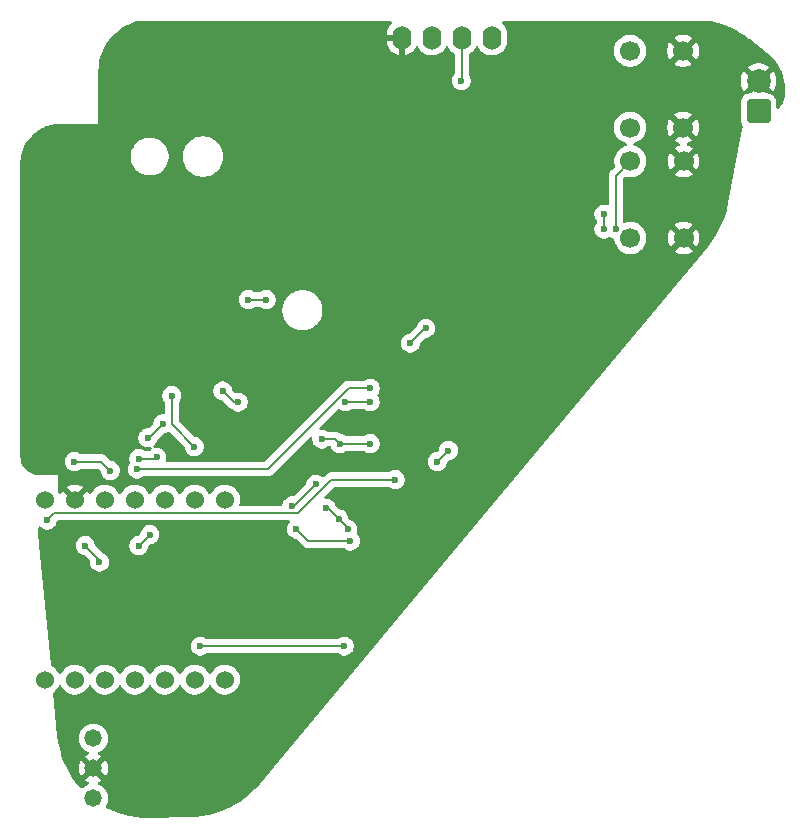
<source format=gbr>
%TF.GenerationSoftware,KiCad,Pcbnew,9.0.6*%
%TF.CreationDate,2026-01-26T19:42:09+01:00*%
%TF.ProjectId,hw,68772e6b-6963-4616-945f-706362585858,rev?*%
%TF.SameCoordinates,Original*%
%TF.FileFunction,Copper,L2,Bot*%
%TF.FilePolarity,Positive*%
%FSLAX46Y46*%
G04 Gerber Fmt 4.6, Leading zero omitted, Abs format (unit mm)*
G04 Created by KiCad (PCBNEW 9.0.6) date 2026-01-26 19:42:09*
%MOMM*%
%LPD*%
G01*
G04 APERTURE LIST*
G04 Aperture macros list*
%AMRoundRect*
0 Rectangle with rounded corners*
0 $1 Rounding radius*
0 $2 $3 $4 $5 $6 $7 $8 $9 X,Y pos of 4 corners*
0 Add a 4 corners polygon primitive as box body*
4,1,4,$2,$3,$4,$5,$6,$7,$8,$9,$2,$3,0*
0 Add four circle primitives for the rounded corners*
1,1,$1+$1,$2,$3*
1,1,$1+$1,$4,$5*
1,1,$1+$1,$6,$7*
1,1,$1+$1,$8,$9*
0 Add four rect primitives between the rounded corners*
20,1,$1+$1,$2,$3,$4,$5,0*
20,1,$1+$1,$4,$5,$6,$7,0*
20,1,$1+$1,$6,$7,$8,$9,0*
20,1,$1+$1,$8,$9,$2,$3,0*%
G04 Aperture macros list end*
%TA.AperFunction,ComponentPad*%
%ADD10O,1.600000X2.000000*%
%TD*%
%TA.AperFunction,ComponentPad*%
%ADD11C,1.524000*%
%TD*%
%TA.AperFunction,ComponentPad*%
%ADD12C,1.700000*%
%TD*%
%TA.AperFunction,ComponentPad*%
%ADD13RoundRect,0.250000X0.750000X-0.750000X0.750000X0.750000X-0.750000X0.750000X-0.750000X-0.750000X0*%
%TD*%
%TA.AperFunction,ComponentPad*%
%ADD14C,2.000000*%
%TD*%
%TA.AperFunction,ComponentPad*%
%ADD15C,1.473200*%
%TD*%
%TA.AperFunction,ViaPad*%
%ADD16C,0.600000*%
%TD*%
%TA.AperFunction,Conductor*%
%ADD17C,0.200000*%
%TD*%
G04 APERTURE END LIST*
D10*
%TO.P,OLED1,1,GND*%
%TO.N,GND*%
X150926000Y-57068000D03*
%TO.P,OLED1,2,VCC*%
%TO.N,/3V3*%
X153466000Y-57068000D03*
%TO.P,OLED1,3,SCL*%
%TO.N,Net-(OLED1-SCL)*%
X156006000Y-57068000D03*
%TO.P,OLED1,4,SDA*%
%TO.N,Net-(OLED1-SDA)*%
X158546000Y-57068000D03*
%TD*%
D11*
%TO.P,U1,1,D0*%
%TO.N,Net-(U1-D0)*%
X120700000Y-111424000D03*
%TO.P,U1,2,D1*%
%TO.N,Net-(U1-D1)*%
X123240000Y-111424000D03*
%TO.P,U1,3,D2*%
%TO.N,Net-(U1-D2)*%
X125780000Y-111424000D03*
%TO.P,U1,4,D3*%
%TO.N,Net-(U1-D3)*%
X128320000Y-111424000D03*
%TO.P,U1,5,D4*%
%TO.N,Net-(OLED1-SDA)*%
X130860000Y-111424000D03*
%TO.P,U1,6,D5*%
%TO.N,Net-(OLED1-SCL)*%
X133400000Y-111424000D03*
%TO.P,U1,7,D6*%
%TO.N,unconnected-(U1-D6-Pad7)_1*%
X135940000Y-111424000D03*
%TO.P,U1,8,D7*%
%TO.N,unconnected-(U1-D7-Pad8)_1*%
X135940000Y-96184000D03*
%TO.P,U1,9,D8*%
%TO.N,Net-(U1-D8)*%
X133400000Y-96184000D03*
%TO.P,U1,10,D9*%
%TO.N,Net-(U1-D9)*%
X130860000Y-96184000D03*
%TO.P,U1,11,D10*%
%TO.N,Net-(U1-D10)*%
X128320000Y-96184000D03*
%TO.P,U1,12,3V3*%
%TO.N,/3V3*%
X125780000Y-96184000D03*
%TO.P,U1,13,GND*%
%TO.N,GND*%
X123240000Y-96184000D03*
%TO.P,U1,14,5V*%
%TO.N,+5V*%
X120700000Y-96184000D03*
%TD*%
D12*
%TO.P,SW3,1,1*%
%TO.N,Net-(U1-D10)*%
X170230000Y-64688000D03*
X170230000Y-58188000D03*
%TO.P,SW3,2,2*%
%TO.N,GND*%
X174730000Y-64688000D03*
X174730000Y-58188000D03*
%TD*%
D13*
%TO.P,J1,1,Pin_1*%
%TO.N,+12V*%
X181123500Y-63296000D03*
D14*
%TO.P,J1,2,Pin_2*%
%TO.N,GND*%
X181123500Y-60756001D03*
%TD*%
D15*
%TO.P,U3,1,OUT*%
%TO.N,Net-(U1-D1)*%
X124789400Y-121457000D03*
%TO.P,U3,2,GND*%
%TO.N,GND*%
X124789400Y-118917000D03*
%TO.P,U3,3,VS*%
%TO.N,Net-(U3-VS)*%
X124789400Y-116377000D03*
%TD*%
D12*
%TO.P,SW4,1,1*%
%TO.N,Net-(U1-D9)*%
X170266000Y-74034000D03*
X170266000Y-67534000D03*
%TO.P,SW4,2,2*%
%TO.N,GND*%
X174766000Y-74034000D03*
X174766000Y-67534000D03*
%TD*%
D16*
%TO.N,GND*%
X155829000Y-85852000D03*
X162560000Y-86741000D03*
%TO.N,+5V*%
X154862265Y-92025735D03*
X153924000Y-92964000D03*
%TO.N,Net-(PS1-FB)*%
X141605000Y-96716000D03*
X143637000Y-94869000D03*
%TO.N,Net-(OLED1-SCL)*%
X155956000Y-60706000D03*
%TO.N,Net-(U1-D2)*%
X124117000Y-100076000D03*
X125317000Y-101473000D03*
%TO.N,Net-(U1-D3)*%
X129585765Y-99141235D03*
X129413000Y-90955000D03*
X130683000Y-89755000D03*
X128651000Y-100076000D03*
%TO.N,Net-(OLED1-SDA)*%
X146050000Y-108585000D03*
X133858000Y-108585000D03*
%TO.N,Net-(D1-K)*%
X148234000Y-87884000D03*
X146136160Y-87884000D03*
%TO.N,/3V3*%
X126238000Y-93726000D03*
X130185765Y-92583000D03*
X123190000Y-92964000D03*
X128651000Y-92710000D03*
%TO.N,GND*%
X133096000Y-115443000D03*
X165481000Y-73279000D03*
X123063000Y-76200000D03*
X141605000Y-100330000D03*
X134112000Y-73533000D03*
X144018000Y-102108000D03*
X140208000Y-98298000D03*
X145034000Y-79375000D03*
X147320000Y-72390000D03*
X131572000Y-56896000D03*
X126365000Y-87503000D03*
X162814000Y-81153000D03*
%TO.N,Net-(PS1-FB)*%
X141986000Y-98679000D03*
X146561500Y-99695000D03*
%TO.N,Net-(PS1-SW)*%
X145669000Y-91440000D03*
X148234000Y-91440000D03*
X144124000Y-91059000D03*
%TO.N,Net-(LED1-A)*%
X139446000Y-79248000D03*
X137922000Y-79248000D03*
%TO.N,Net-(U1-D8)*%
X133350000Y-91694000D03*
X131445000Y-87376000D03*
%TO.N,Net-(U1-D10)*%
X152960000Y-81661000D03*
X128524000Y-93599000D03*
X168021000Y-72009000D03*
X168021000Y-73279000D03*
X148234000Y-86741000D03*
X151638000Y-82931000D03*
%TO.N,Net-(R4-Pad1)*%
X135749315Y-86981315D03*
X137071895Y-87922895D03*
%TO.N,Net-(U1-D9)*%
X169037000Y-73279000D03*
%TO.N,+5V*%
X120904000Y-97917000D03*
X150368000Y-94488000D03*
%TO.N,Net-(PS1-EN)*%
X144525000Y-96901000D03*
X145553315Y-97801315D03*
X146338345Y-98713345D03*
%TD*%
D17*
%TO.N,+5V*%
X154862265Y-92025735D02*
X153924000Y-92964000D01*
%TO.N,Net-(PS1-FB)*%
X141790000Y-96716000D02*
X141605000Y-96716000D01*
X143637000Y-94869000D02*
X141790000Y-96716000D01*
%TO.N,Net-(OLED1-SCL)*%
X156006000Y-60656000D02*
X156006000Y-57068000D01*
X155956000Y-60706000D02*
X156006000Y-60656000D01*
%TO.N,Net-(U1-D2)*%
X125317000Y-101276000D02*
X124117000Y-100076000D01*
X125317000Y-101473000D02*
X125317000Y-101276000D01*
%TO.N,Net-(U1-D3)*%
X128651000Y-100076000D02*
X129585765Y-99141235D01*
X129483000Y-90955000D02*
X130683000Y-89755000D01*
X129413000Y-90955000D02*
X129483000Y-90955000D01*
%TO.N,Net-(OLED1-SDA)*%
X133858000Y-108585000D02*
X146050000Y-108585000D01*
%TO.N,Net-(D1-K)*%
X148234000Y-87884000D02*
X146136160Y-87884000D01*
%TO.N,/3V3*%
X130058765Y-92710000D02*
X130185765Y-92583000D01*
X125476000Y-92964000D02*
X123190000Y-92964000D01*
X126238000Y-93726000D02*
X125476000Y-92964000D01*
X128651000Y-92710000D02*
X130058765Y-92710000D01*
%TO.N,Net-(PS1-FB)*%
X143002000Y-99695000D02*
X141986000Y-98679000D01*
X146561500Y-99695000D02*
X143002000Y-99695000D01*
%TO.N,Net-(PS1-SW)*%
X144124000Y-91059000D02*
X145288000Y-91059000D01*
X145669000Y-91440000D02*
X148234000Y-91440000D01*
X145288000Y-91059000D02*
X145669000Y-91440000D01*
%TO.N,Net-(LED1-A)*%
X137922000Y-79248000D02*
X139446000Y-79248000D01*
%TO.N,Net-(U1-D8)*%
X131445000Y-89789000D02*
X131445000Y-87376000D01*
X133350000Y-91694000D02*
X131445000Y-89789000D01*
%TO.N,Net-(U1-D10)*%
X152960000Y-81661000D02*
X152908000Y-81661000D01*
X152908000Y-81661000D02*
X151638000Y-82931000D01*
X148234000Y-86741000D02*
X146429217Y-86741000D01*
X146429217Y-86741000D02*
X139571217Y-93599000D01*
X168021000Y-72009000D02*
X168021000Y-73279000D01*
X139571217Y-93599000D02*
X128524000Y-93599000D01*
%TO.N,Net-(R4-Pad1)*%
X137071895Y-87922895D02*
X136690895Y-87922895D01*
X136690895Y-87922895D02*
X135749315Y-86981315D01*
%TO.N,Net-(U1-D9)*%
X169037000Y-73279000D02*
X169037000Y-68763000D01*
X169037000Y-68763000D02*
X170266000Y-67534000D01*
%TO.N,+5V*%
X142118057Y-97316000D02*
X144946057Y-94488000D01*
X120904000Y-97917000D02*
X121505000Y-97316000D01*
X121505000Y-97316000D02*
X142118057Y-97316000D01*
X144946057Y-94488000D02*
X150368000Y-94488000D01*
%TO.N,Net-(PS1-EN)*%
X146338345Y-98713345D02*
X146338345Y-98586345D01*
X146338345Y-98586345D02*
X145553315Y-97801315D01*
X144653000Y-96901000D02*
X145553315Y-97801315D01*
X144525000Y-96901000D02*
X144653000Y-96901000D01*
%TD*%
%TA.AperFunction,Conductor*%
%TO.N,GND*%
G36*
X150037698Y-55705186D02*
G01*
X150083453Y-55757990D01*
X150093397Y-55827148D01*
X150064372Y-55890704D01*
X150058340Y-55897182D01*
X149934417Y-56021104D01*
X149934417Y-56021105D01*
X149814140Y-56186650D01*
X149721244Y-56368968D01*
X149658009Y-56563582D01*
X149626000Y-56765682D01*
X149626000Y-56818000D01*
X150492988Y-56818000D01*
X150460075Y-56875007D01*
X150426000Y-57002174D01*
X150426000Y-57133826D01*
X150460075Y-57260993D01*
X150492988Y-57318000D01*
X149626000Y-57318000D01*
X149626000Y-57370317D01*
X149658009Y-57572417D01*
X149721244Y-57767031D01*
X149814140Y-57949349D01*
X149934417Y-58114894D01*
X149934417Y-58114895D01*
X150079104Y-58259582D01*
X150244650Y-58379859D01*
X150426968Y-58472754D01*
X150621578Y-58535988D01*
X150676000Y-58544607D01*
X150676000Y-57501012D01*
X150733007Y-57533925D01*
X150860174Y-57568000D01*
X150991826Y-57568000D01*
X151118993Y-57533925D01*
X151176000Y-57501012D01*
X151176000Y-58544606D01*
X151230421Y-58535988D01*
X151425031Y-58472754D01*
X151607349Y-58379859D01*
X151772894Y-58259582D01*
X151772895Y-58259582D01*
X151917582Y-58114895D01*
X151917582Y-58114894D01*
X152037861Y-57949347D01*
X152085234Y-57856371D01*
X152133208Y-57805575D01*
X152201028Y-57788779D01*
X152267164Y-57811316D01*
X152306203Y-57856369D01*
X152353713Y-57949611D01*
X152474028Y-58115213D01*
X152618786Y-58259971D01*
X152773749Y-58372556D01*
X152784390Y-58380287D01*
X152865499Y-58421614D01*
X152966776Y-58473218D01*
X152966778Y-58473218D01*
X152966781Y-58473220D01*
X153041818Y-58497601D01*
X153161465Y-58536477D01*
X153262557Y-58552488D01*
X153363648Y-58568500D01*
X153363649Y-58568500D01*
X153568351Y-58568500D01*
X153568352Y-58568500D01*
X153770534Y-58536477D01*
X153965219Y-58473220D01*
X154147610Y-58380287D01*
X154265981Y-58294286D01*
X154313213Y-58259971D01*
X154313215Y-58259968D01*
X154313219Y-58259966D01*
X154457966Y-58115219D01*
X154457968Y-58115215D01*
X154457971Y-58115213D01*
X154578284Y-57949614D01*
X154578286Y-57949611D01*
X154578287Y-57949610D01*
X154625516Y-57856917D01*
X154673489Y-57806123D01*
X154741310Y-57789328D01*
X154807445Y-57811865D01*
X154846483Y-57856917D01*
X154858751Y-57880993D01*
X154893715Y-57949614D01*
X155014028Y-58115213D01*
X155014034Y-58115219D01*
X155158781Y-58259966D01*
X155324390Y-58380287D01*
X155337793Y-58387116D01*
X155388589Y-58435088D01*
X155405500Y-58497601D01*
X155405500Y-60073059D01*
X155385815Y-60140098D01*
X155369181Y-60160740D01*
X155334213Y-60195707D01*
X155334210Y-60195711D01*
X155246609Y-60326814D01*
X155246602Y-60326827D01*
X155186264Y-60472498D01*
X155186261Y-60472510D01*
X155155500Y-60627153D01*
X155155500Y-60784846D01*
X155186261Y-60939489D01*
X155186264Y-60939501D01*
X155246602Y-61085172D01*
X155246609Y-61085185D01*
X155334210Y-61216288D01*
X155334213Y-61216292D01*
X155445707Y-61327786D01*
X155445711Y-61327789D01*
X155576814Y-61415390D01*
X155576827Y-61415397D01*
X155722498Y-61475735D01*
X155722503Y-61475737D01*
X155877153Y-61506499D01*
X155877156Y-61506500D01*
X155877158Y-61506500D01*
X156034844Y-61506500D01*
X156034845Y-61506499D01*
X156189497Y-61475737D01*
X156335179Y-61415394D01*
X156466289Y-61327789D01*
X156577789Y-61216289D01*
X156665394Y-61085179D01*
X156725737Y-60939497D01*
X156756500Y-60784842D01*
X156756500Y-60627158D01*
X156756500Y-60627155D01*
X156756499Y-60627153D01*
X156725738Y-60472510D01*
X156725737Y-60472503D01*
X156665394Y-60326821D01*
X156627396Y-60269953D01*
X156606520Y-60203276D01*
X156606500Y-60201064D01*
X156606500Y-58497601D01*
X156626185Y-58430562D01*
X156674206Y-58387116D01*
X156687610Y-58380287D01*
X156853219Y-58259966D01*
X156997966Y-58115219D01*
X156997968Y-58115215D01*
X156997971Y-58115213D01*
X157118284Y-57949614D01*
X157118286Y-57949611D01*
X157118287Y-57949610D01*
X157165516Y-57856917D01*
X157213489Y-57806123D01*
X157281310Y-57789328D01*
X157347445Y-57811865D01*
X157386483Y-57856917D01*
X157398751Y-57880993D01*
X157433715Y-57949614D01*
X157554028Y-58115213D01*
X157698786Y-58259971D01*
X157853749Y-58372556D01*
X157864390Y-58380287D01*
X157945499Y-58421614D01*
X158046776Y-58473218D01*
X158046778Y-58473218D01*
X158046781Y-58473220D01*
X158121818Y-58497601D01*
X158241465Y-58536477D01*
X158342557Y-58552488D01*
X158443648Y-58568500D01*
X158443649Y-58568500D01*
X158648351Y-58568500D01*
X158648352Y-58568500D01*
X158850534Y-58536477D01*
X159045219Y-58473220D01*
X159227610Y-58380287D01*
X159345981Y-58294286D01*
X159393213Y-58259971D01*
X159393215Y-58259968D01*
X159393219Y-58259966D01*
X159537966Y-58115219D01*
X159562309Y-58081713D01*
X168879500Y-58081713D01*
X168879500Y-58294286D01*
X168912735Y-58504127D01*
X168912754Y-58504243D01*
X168975696Y-58697959D01*
X168978444Y-58706414D01*
X169074951Y-58895820D01*
X169199890Y-59067786D01*
X169350213Y-59218109D01*
X169522179Y-59343048D01*
X169522181Y-59343049D01*
X169522184Y-59343051D01*
X169711588Y-59439557D01*
X169913757Y-59505246D01*
X170123713Y-59538500D01*
X170123714Y-59538500D01*
X170336286Y-59538500D01*
X170336287Y-59538500D01*
X170546243Y-59505246D01*
X170748412Y-59439557D01*
X170937816Y-59343051D01*
X170992572Y-59303269D01*
X171109786Y-59218109D01*
X171109788Y-59218106D01*
X171109792Y-59218104D01*
X171260104Y-59067792D01*
X171260106Y-59067788D01*
X171260109Y-59067786D01*
X171385048Y-58895820D01*
X171385047Y-58895820D01*
X171385051Y-58895816D01*
X171481557Y-58706412D01*
X171547246Y-58504243D01*
X171580500Y-58294287D01*
X171580500Y-58081753D01*
X173380000Y-58081753D01*
X173380000Y-58294246D01*
X173413242Y-58504127D01*
X173413242Y-58504130D01*
X173478904Y-58706217D01*
X173575375Y-58895550D01*
X173614728Y-58949716D01*
X174247037Y-58317408D01*
X174264075Y-58380993D01*
X174329901Y-58495007D01*
X174422993Y-58588099D01*
X174537007Y-58653925D01*
X174600590Y-58670962D01*
X173968282Y-59303269D01*
X173968282Y-59303270D01*
X174022449Y-59342624D01*
X174211782Y-59439095D01*
X174413870Y-59504757D01*
X174623754Y-59538000D01*
X174836246Y-59538000D01*
X175046127Y-59504757D01*
X175046130Y-59504757D01*
X175175665Y-59462669D01*
X175248217Y-59439095D01*
X175437554Y-59342622D01*
X175491716Y-59303270D01*
X175491717Y-59303270D01*
X174859408Y-58670962D01*
X174922993Y-58653925D01*
X175037007Y-58588099D01*
X175130099Y-58495007D01*
X175195925Y-58380993D01*
X175212962Y-58317408D01*
X175845270Y-58949717D01*
X175845270Y-58949716D01*
X175884622Y-58895554D01*
X175981095Y-58706217D01*
X176046757Y-58504130D01*
X176046757Y-58504127D01*
X176080000Y-58294246D01*
X176080000Y-58081753D01*
X176046757Y-57871872D01*
X176046757Y-57871869D01*
X175981095Y-57669782D01*
X175884624Y-57480449D01*
X175845270Y-57426282D01*
X175845269Y-57426282D01*
X175212962Y-58058590D01*
X175195925Y-57995007D01*
X175130099Y-57880993D01*
X175037007Y-57787901D01*
X174922993Y-57722075D01*
X174859409Y-57705037D01*
X175491716Y-57072728D01*
X175437550Y-57033375D01*
X175248217Y-56936904D01*
X175046129Y-56871242D01*
X174836246Y-56838000D01*
X174623754Y-56838000D01*
X174413872Y-56871242D01*
X174413869Y-56871242D01*
X174211782Y-56936904D01*
X174022439Y-57033380D01*
X173968282Y-57072727D01*
X173968282Y-57072728D01*
X174600591Y-57705037D01*
X174537007Y-57722075D01*
X174422993Y-57787901D01*
X174329901Y-57880993D01*
X174264075Y-57995007D01*
X174247037Y-58058591D01*
X173614728Y-57426282D01*
X173614727Y-57426282D01*
X173575380Y-57480439D01*
X173478904Y-57669782D01*
X173413242Y-57871869D01*
X173413242Y-57871872D01*
X173380000Y-58081753D01*
X171580500Y-58081753D01*
X171580500Y-58081713D01*
X171547246Y-57871757D01*
X171481557Y-57669588D01*
X171385051Y-57480184D01*
X171385049Y-57480181D01*
X171385048Y-57480179D01*
X171260109Y-57308213D01*
X171109786Y-57157890D01*
X170937820Y-57032951D01*
X170748414Y-56936444D01*
X170748413Y-56936443D01*
X170748412Y-56936443D01*
X170546243Y-56870754D01*
X170546241Y-56870753D01*
X170546240Y-56870753D01*
X170383918Y-56845044D01*
X170336287Y-56837500D01*
X170123713Y-56837500D01*
X170076082Y-56845044D01*
X169913760Y-56870753D01*
X169711585Y-56936444D01*
X169522179Y-57032951D01*
X169350213Y-57157890D01*
X169199890Y-57308213D01*
X169074951Y-57480179D01*
X168978444Y-57669585D01*
X168912753Y-57871760D01*
X168879500Y-58081713D01*
X159562309Y-58081713D01*
X159658287Y-57949610D01*
X159751220Y-57767219D01*
X159814477Y-57572534D01*
X159846500Y-57370352D01*
X159846500Y-56765648D01*
X159815195Y-56568000D01*
X159814477Y-56563465D01*
X159785127Y-56473137D01*
X159751220Y-56368781D01*
X159751218Y-56368778D01*
X159751218Y-56368776D01*
X159700533Y-56269302D01*
X159658287Y-56186390D01*
X159640564Y-56161996D01*
X159537971Y-56020786D01*
X159414367Y-55897182D01*
X159380882Y-55835859D01*
X159385866Y-55766167D01*
X159427738Y-55710234D01*
X159493202Y-55685817D01*
X159502048Y-55685501D01*
X177127602Y-55685501D01*
X177150294Y-55687594D01*
X177177076Y-55692581D01*
X177185936Y-55694572D01*
X177688898Y-55827148D01*
X177746627Y-55842365D01*
X177755363Y-55845015D01*
X178303643Y-56033650D01*
X178312138Y-56036926D01*
X178845095Y-56265406D01*
X178853331Y-56269302D01*
X179368004Y-56536356D01*
X179375932Y-56540848D01*
X179557308Y-56652619D01*
X179869564Y-56845044D01*
X179877154Y-56850116D01*
X180348909Y-57191134D01*
X180352559Y-57193876D01*
X181833740Y-58349919D01*
X181838572Y-58353891D01*
X182139116Y-58613883D01*
X182148140Y-58622522D01*
X182418844Y-58909212D01*
X182426938Y-58918699D01*
X182571961Y-59107180D01*
X182667385Y-59231198D01*
X182674501Y-59241482D01*
X182882226Y-59576573D01*
X182888271Y-59587520D01*
X183061199Y-59941852D01*
X183066110Y-59953353D01*
X183202465Y-60323291D01*
X183206193Y-60335229D01*
X183304592Y-60717017D01*
X183307099Y-60729269D01*
X183366544Y-61119042D01*
X183367803Y-61131484D01*
X183387842Y-61528370D01*
X183388000Y-61534623D01*
X183388000Y-61780624D01*
X183387618Y-61790353D01*
X183367657Y-62043977D01*
X183364613Y-62063195D01*
X183306363Y-62305824D01*
X183300350Y-62324327D01*
X183229250Y-62495981D01*
X183204866Y-62554850D01*
X183196032Y-62572187D01*
X183065657Y-62784939D01*
X183054220Y-62800680D01*
X182892167Y-62990420D01*
X182878420Y-63004167D01*
X182828528Y-63046778D01*
X182764769Y-63075349D01*
X182695684Y-63064912D01*
X182643208Y-63018781D01*
X182623999Y-62952488D01*
X182623999Y-62495998D01*
X182623998Y-62495981D01*
X182613499Y-62393203D01*
X182613498Y-62393200D01*
X182558314Y-62226666D01*
X182466212Y-62077344D01*
X182342156Y-61953288D01*
X182249388Y-61896069D01*
X182192836Y-61861187D01*
X182192831Y-61861185D01*
X182191362Y-61860698D01*
X182026297Y-61806001D01*
X182026295Y-61806000D01*
X181923516Y-61795500D01*
X181860807Y-61795500D01*
X181793768Y-61775815D01*
X181773126Y-61759181D01*
X181334559Y-61320613D01*
X181355091Y-61315112D01*
X181491908Y-61236120D01*
X181603619Y-61124409D01*
X181682611Y-60987592D01*
X181688112Y-60967059D01*
X182346158Y-61625106D01*
X182346158Y-61625105D01*
X182406414Y-61542170D01*
X182406418Y-61542164D01*
X182513602Y-61331803D01*
X182586565Y-61107248D01*
X182623500Y-60874053D01*
X182623500Y-60637948D01*
X182586565Y-60404753D01*
X182513602Y-60180198D01*
X182406414Y-59969829D01*
X182346158Y-59886895D01*
X182346158Y-59886894D01*
X181688112Y-60544941D01*
X181682611Y-60524410D01*
X181603619Y-60387593D01*
X181491908Y-60275882D01*
X181355091Y-60196890D01*
X181334559Y-60191388D01*
X181992605Y-59533341D01*
X181992604Y-59533339D01*
X181909674Y-59473088D01*
X181699302Y-59365898D01*
X181474747Y-59292935D01*
X181474748Y-59292935D01*
X181241552Y-59256001D01*
X181005448Y-59256001D01*
X180772252Y-59292935D01*
X180547697Y-59365898D01*
X180337330Y-59473085D01*
X180254394Y-59533341D01*
X180912441Y-60191388D01*
X180891909Y-60196890D01*
X180755092Y-60275882D01*
X180643381Y-60387593D01*
X180564389Y-60524410D01*
X180558887Y-60544942D01*
X179900840Y-59886895D01*
X179840584Y-59969831D01*
X179733397Y-60180198D01*
X179660434Y-60404753D01*
X179623500Y-60637948D01*
X179623500Y-60874053D01*
X179660434Y-61107248D01*
X179733397Y-61331803D01*
X179840587Y-61542175D01*
X179900838Y-61625105D01*
X179900840Y-61625106D01*
X180558887Y-60967059D01*
X180564389Y-60987592D01*
X180643381Y-61124409D01*
X180755092Y-61236120D01*
X180891909Y-61315112D01*
X180912440Y-61320613D01*
X180473872Y-61759181D01*
X180412549Y-61792666D01*
X180386193Y-61795500D01*
X180323499Y-61795500D01*
X180323480Y-61795501D01*
X180220703Y-61806000D01*
X180220700Y-61806001D01*
X180054168Y-61861185D01*
X180054163Y-61861187D01*
X179904842Y-61953289D01*
X179780789Y-62077342D01*
X179688687Y-62226663D01*
X179688686Y-62226666D01*
X179633501Y-62393203D01*
X179633501Y-62393204D01*
X179633500Y-62393204D01*
X179623000Y-62495983D01*
X179623000Y-64096001D01*
X179623001Y-64096018D01*
X179633500Y-64198796D01*
X179633501Y-64198799D01*
X179688685Y-64365331D01*
X179688689Y-64365340D01*
X179749033Y-64463174D01*
X179767473Y-64530567D01*
X179765442Y-64550734D01*
X179647373Y-65191686D01*
X179647372Y-65191691D01*
X178561779Y-71084906D01*
X178560874Y-71089361D01*
X178435024Y-71655251D01*
X178432726Y-71664048D01*
X178266413Y-72216997D01*
X178263477Y-72225600D01*
X178057101Y-72764875D01*
X178053543Y-72773241D01*
X177808206Y-73295960D01*
X177804044Y-73304043D01*
X177521076Y-73807367D01*
X177516334Y-73815123D01*
X177197231Y-74296390D01*
X177191932Y-74303777D01*
X176837063Y-74762133D01*
X176834215Y-74765676D01*
X157774604Y-97602346D01*
X140945126Y-117766935D01*
X138896926Y-120221027D01*
X138893996Y-120224411D01*
X138512758Y-120649058D01*
X138506543Y-120655498D01*
X138097257Y-121050011D01*
X138090593Y-121055985D01*
X137653944Y-121419926D01*
X137646867Y-121425405D01*
X137185075Y-121756924D01*
X137177621Y-121761877D01*
X136693139Y-122059212D01*
X136685348Y-122063615D01*
X136272624Y-122277569D01*
X136180684Y-122325230D01*
X136172594Y-122329060D01*
X135650361Y-122553598D01*
X135642017Y-122556834D01*
X135104957Y-122743116D01*
X135096401Y-122745742D01*
X134547301Y-122892803D01*
X134538578Y-122894805D01*
X133980294Y-123001877D01*
X133971449Y-123003244D01*
X133406909Y-123069768D01*
X133397989Y-123070494D01*
X132827888Y-123096226D01*
X132823414Y-123096347D01*
X129478691Y-123126480D01*
X129474308Y-123126442D01*
X128937958Y-123112311D01*
X128929211Y-123111771D01*
X128397374Y-123060002D01*
X128388686Y-123058845D01*
X127861838Y-122969638D01*
X127853253Y-122967870D01*
X127334033Y-122841673D01*
X127325595Y-122839304D01*
X126816563Y-122676740D01*
X126808314Y-122673780D01*
X126312057Y-122475672D01*
X126304037Y-122472137D01*
X125901780Y-122277569D01*
X125850001Y-122230657D01*
X125831803Y-122163199D01*
X125845289Y-122109646D01*
X125870987Y-122059212D01*
X125935861Y-121931889D01*
X125935862Y-121931888D01*
X125935862Y-121931884D01*
X125935865Y-121931881D01*
X125996038Y-121746688D01*
X126026500Y-121554362D01*
X126026500Y-121359638D01*
X125996038Y-121167312D01*
X125935865Y-120982119D01*
X125847462Y-120808618D01*
X125733007Y-120651084D01*
X125595316Y-120513393D01*
X125437782Y-120398938D01*
X125264285Y-120310536D01*
X125256702Y-120308072D01*
X125246221Y-120304667D01*
X125188548Y-120265230D01*
X125161350Y-120200871D01*
X125173265Y-120132024D01*
X125220510Y-120080549D01*
X125246227Y-120068805D01*
X125264093Y-120063000D01*
X125437512Y-119974638D01*
X125437525Y-119974630D01*
X125469931Y-119951086D01*
X125469932Y-119951085D01*
X124904602Y-119385755D01*
X124975677Y-119366711D01*
X125085723Y-119303176D01*
X125175576Y-119213323D01*
X125239111Y-119103277D01*
X125258155Y-119032202D01*
X125823485Y-119597532D01*
X125823486Y-119597531D01*
X125847030Y-119565125D01*
X125847038Y-119565112D01*
X125935400Y-119391694D01*
X125995551Y-119206571D01*
X126026000Y-119014328D01*
X126026000Y-118819671D01*
X125995551Y-118627428D01*
X125935400Y-118442305D01*
X125847036Y-118268883D01*
X125823485Y-118236467D01*
X125258155Y-118801797D01*
X125239111Y-118730723D01*
X125175576Y-118620677D01*
X125085723Y-118530824D01*
X124975677Y-118467289D01*
X124904602Y-118448244D01*
X125469931Y-117882913D01*
X125469931Y-117882912D01*
X125437522Y-117859366D01*
X125264095Y-117771000D01*
X125246222Y-117765193D01*
X125188547Y-117725754D01*
X125161350Y-117661395D01*
X125173265Y-117592549D01*
X125220510Y-117541074D01*
X125246218Y-117529333D01*
X125264281Y-117523465D01*
X125437782Y-117435062D01*
X125595316Y-117320607D01*
X125733007Y-117182916D01*
X125847462Y-117025382D01*
X125935865Y-116851881D01*
X125996038Y-116666688D01*
X126026500Y-116474362D01*
X126026500Y-116279638D01*
X125996038Y-116087312D01*
X125935865Y-115902119D01*
X125847462Y-115728618D01*
X125733007Y-115571084D01*
X125595316Y-115433393D01*
X125437782Y-115318938D01*
X125264281Y-115230535D01*
X125079088Y-115170362D01*
X125079086Y-115170361D01*
X125079084Y-115170361D01*
X124944800Y-115149092D01*
X124886762Y-115139900D01*
X124692038Y-115139900D01*
X124647453Y-115146961D01*
X124499715Y-115170361D01*
X124314516Y-115230536D01*
X124141017Y-115318938D01*
X123983481Y-115433395D01*
X123845795Y-115571081D01*
X123731338Y-115728617D01*
X123642936Y-115902116D01*
X123582761Y-116087315D01*
X123569509Y-116170986D01*
X123552300Y-116279638D01*
X123552300Y-116474362D01*
X123582762Y-116666688D01*
X123642935Y-116851881D01*
X123731338Y-117025382D01*
X123845793Y-117182916D01*
X123983484Y-117320607D01*
X124141018Y-117435062D01*
X124314519Y-117523465D01*
X124332576Y-117529332D01*
X124390249Y-117568767D01*
X124417448Y-117633125D01*
X124405535Y-117701972D01*
X124358292Y-117753448D01*
X124332578Y-117765192D01*
X124314708Y-117770998D01*
X124141277Y-117859366D01*
X124108867Y-117882913D01*
X124108866Y-117882913D01*
X124674198Y-118448244D01*
X124603123Y-118467289D01*
X124493077Y-118530824D01*
X124403224Y-118620677D01*
X124339689Y-118730723D01*
X124320644Y-118801797D01*
X123755313Y-118236466D01*
X123755313Y-118236467D01*
X123731766Y-118268877D01*
X123643399Y-118442305D01*
X123583248Y-118627428D01*
X123552800Y-118819671D01*
X123552800Y-119014328D01*
X123583248Y-119206571D01*
X123643399Y-119391694D01*
X123731766Y-119565122D01*
X123755312Y-119597531D01*
X123755313Y-119597531D01*
X124320644Y-119032201D01*
X124339689Y-119103277D01*
X124403224Y-119213323D01*
X124493077Y-119303176D01*
X124603123Y-119366711D01*
X124674197Y-119385755D01*
X124108867Y-119951085D01*
X124141283Y-119974636D01*
X124314705Y-120062999D01*
X124332573Y-120068805D01*
X124390249Y-120108242D01*
X124417449Y-120172600D01*
X124405535Y-120241447D01*
X124358292Y-120292923D01*
X124332578Y-120304667D01*
X124314517Y-120310535D01*
X124141017Y-120398938D01*
X123983485Y-120513392D01*
X123892326Y-120604551D01*
X123883366Y-120609443D01*
X123877097Y-120617501D01*
X123853217Y-120625904D01*
X123831002Y-120638035D01*
X123820819Y-120637306D01*
X123811189Y-120640696D01*
X123786561Y-120634856D01*
X123761311Y-120633051D01*
X123751326Y-120626502D01*
X123743205Y-120624577D01*
X123715350Y-120602906D01*
X123691832Y-120578497D01*
X123685987Y-120571984D01*
X123429647Y-120265230D01*
X123343341Y-120161950D01*
X123337964Y-120155033D01*
X123275698Y-120068805D01*
X123025137Y-119721819D01*
X123020264Y-119714541D01*
X122738825Y-119260320D01*
X122734475Y-119252711D01*
X122710218Y-119206571D01*
X122485814Y-118779728D01*
X122482024Y-118771852D01*
X122267404Y-118282505D01*
X122264169Y-118274359D01*
X122084648Y-117771065D01*
X122081997Y-117762711D01*
X122053746Y-117661395D01*
X121938476Y-117247997D01*
X121936422Y-117239477D01*
X121892748Y-117025382D01*
X121829614Y-116715892D01*
X121828174Y-116707290D01*
X121758330Y-116175280D01*
X121757842Y-116170986D01*
X121411452Y-112543005D01*
X121424676Y-112474402D01*
X121462003Y-112430907D01*
X121522464Y-112386981D01*
X121662981Y-112246464D01*
X121779787Y-112085694D01*
X121859515Y-111929218D01*
X121907490Y-111878423D01*
X121975311Y-111861628D01*
X122041446Y-111884165D01*
X122080484Y-111929218D01*
X122160213Y-112085694D01*
X122277019Y-112246464D01*
X122417536Y-112386981D01*
X122578306Y-112503787D01*
X122655275Y-112543005D01*
X122755367Y-112594005D01*
X122755370Y-112594006D01*
X122849866Y-112624709D01*
X122944364Y-112655413D01*
X123140639Y-112686500D01*
X123140640Y-112686500D01*
X123339360Y-112686500D01*
X123339361Y-112686500D01*
X123535636Y-112655413D01*
X123724632Y-112594005D01*
X123901694Y-112503787D01*
X124062464Y-112386981D01*
X124202981Y-112246464D01*
X124319787Y-112085694D01*
X124399515Y-111929218D01*
X124447490Y-111878423D01*
X124515311Y-111861628D01*
X124581446Y-111884165D01*
X124620484Y-111929218D01*
X124700213Y-112085694D01*
X124817019Y-112246464D01*
X124957536Y-112386981D01*
X125118306Y-112503787D01*
X125195275Y-112543005D01*
X125295367Y-112594005D01*
X125295370Y-112594006D01*
X125389866Y-112624709D01*
X125484364Y-112655413D01*
X125680639Y-112686500D01*
X125680640Y-112686500D01*
X125879360Y-112686500D01*
X125879361Y-112686500D01*
X126075636Y-112655413D01*
X126264632Y-112594005D01*
X126441694Y-112503787D01*
X126602464Y-112386981D01*
X126742981Y-112246464D01*
X126859787Y-112085694D01*
X126939515Y-111929218D01*
X126987490Y-111878423D01*
X127055311Y-111861628D01*
X127121446Y-111884165D01*
X127160484Y-111929218D01*
X127240213Y-112085694D01*
X127357019Y-112246464D01*
X127497536Y-112386981D01*
X127658306Y-112503787D01*
X127735275Y-112543005D01*
X127835367Y-112594005D01*
X127835370Y-112594006D01*
X127929866Y-112624709D01*
X128024364Y-112655413D01*
X128220639Y-112686500D01*
X128220640Y-112686500D01*
X128419360Y-112686500D01*
X128419361Y-112686500D01*
X128615636Y-112655413D01*
X128804632Y-112594005D01*
X128981694Y-112503787D01*
X129142464Y-112386981D01*
X129282981Y-112246464D01*
X129399787Y-112085694D01*
X129479515Y-111929218D01*
X129527490Y-111878423D01*
X129595311Y-111861628D01*
X129661446Y-111884165D01*
X129700484Y-111929218D01*
X129780213Y-112085694D01*
X129897019Y-112246464D01*
X130037536Y-112386981D01*
X130198306Y-112503787D01*
X130275275Y-112543005D01*
X130375367Y-112594005D01*
X130375370Y-112594006D01*
X130469866Y-112624709D01*
X130564364Y-112655413D01*
X130760639Y-112686500D01*
X130760640Y-112686500D01*
X130959360Y-112686500D01*
X130959361Y-112686500D01*
X131155636Y-112655413D01*
X131344632Y-112594005D01*
X131521694Y-112503787D01*
X131682464Y-112386981D01*
X131822981Y-112246464D01*
X131939787Y-112085694D01*
X132019515Y-111929218D01*
X132067490Y-111878423D01*
X132135311Y-111861628D01*
X132201446Y-111884165D01*
X132240484Y-111929218D01*
X132320213Y-112085694D01*
X132437019Y-112246464D01*
X132577536Y-112386981D01*
X132738306Y-112503787D01*
X132815275Y-112543005D01*
X132915367Y-112594005D01*
X132915370Y-112594006D01*
X133009866Y-112624709D01*
X133104364Y-112655413D01*
X133300639Y-112686500D01*
X133300640Y-112686500D01*
X133499360Y-112686500D01*
X133499361Y-112686500D01*
X133695636Y-112655413D01*
X133884632Y-112594005D01*
X134061694Y-112503787D01*
X134222464Y-112386981D01*
X134362981Y-112246464D01*
X134479787Y-112085694D01*
X134559515Y-111929218D01*
X134607490Y-111878423D01*
X134675311Y-111861628D01*
X134741446Y-111884165D01*
X134780484Y-111929218D01*
X134860213Y-112085694D01*
X134977019Y-112246464D01*
X135117536Y-112386981D01*
X135278306Y-112503787D01*
X135355275Y-112543005D01*
X135455367Y-112594005D01*
X135455370Y-112594006D01*
X135549866Y-112624709D01*
X135644364Y-112655413D01*
X135840639Y-112686500D01*
X135840640Y-112686500D01*
X136039360Y-112686500D01*
X136039361Y-112686500D01*
X136235636Y-112655413D01*
X136424632Y-112594005D01*
X136601694Y-112503787D01*
X136762464Y-112386981D01*
X136902981Y-112246464D01*
X137019787Y-112085694D01*
X137110005Y-111908632D01*
X137171413Y-111719636D01*
X137202500Y-111523361D01*
X137202500Y-111324639D01*
X137171413Y-111128364D01*
X137110005Y-110939368D01*
X137110005Y-110939367D01*
X137019786Y-110762305D01*
X136902981Y-110601536D01*
X136762464Y-110461019D01*
X136601694Y-110344213D01*
X136424632Y-110253994D01*
X136424629Y-110253993D01*
X136235637Y-110192587D01*
X136137498Y-110177043D01*
X136039361Y-110161500D01*
X135840639Y-110161500D01*
X135775214Y-110171862D01*
X135644362Y-110192587D01*
X135455370Y-110253993D01*
X135455367Y-110253994D01*
X135278305Y-110344213D01*
X135117533Y-110461021D01*
X134977021Y-110601533D01*
X134860213Y-110762305D01*
X134780485Y-110918780D01*
X134732510Y-110969576D01*
X134664689Y-110986371D01*
X134598554Y-110963833D01*
X134559515Y-110918780D01*
X134479786Y-110762305D01*
X134362981Y-110601536D01*
X134222464Y-110461019D01*
X134061694Y-110344213D01*
X133884632Y-110253994D01*
X133884629Y-110253993D01*
X133695637Y-110192587D01*
X133597498Y-110177043D01*
X133499361Y-110161500D01*
X133300639Y-110161500D01*
X133235214Y-110171862D01*
X133104362Y-110192587D01*
X132915370Y-110253993D01*
X132915367Y-110253994D01*
X132738305Y-110344213D01*
X132577533Y-110461021D01*
X132437021Y-110601533D01*
X132320213Y-110762305D01*
X132240485Y-110918780D01*
X132192510Y-110969576D01*
X132124689Y-110986371D01*
X132058554Y-110963833D01*
X132019515Y-110918780D01*
X131939786Y-110762305D01*
X131822981Y-110601536D01*
X131682464Y-110461019D01*
X131521694Y-110344213D01*
X131344632Y-110253994D01*
X131344629Y-110253993D01*
X131155637Y-110192587D01*
X131057498Y-110177043D01*
X130959361Y-110161500D01*
X130760639Y-110161500D01*
X130695214Y-110171862D01*
X130564362Y-110192587D01*
X130375370Y-110253993D01*
X130375367Y-110253994D01*
X130198305Y-110344213D01*
X130037533Y-110461021D01*
X129897021Y-110601533D01*
X129780213Y-110762305D01*
X129700485Y-110918780D01*
X129652510Y-110969576D01*
X129584689Y-110986371D01*
X129518554Y-110963833D01*
X129479515Y-110918780D01*
X129399786Y-110762305D01*
X129282981Y-110601536D01*
X129142464Y-110461019D01*
X128981694Y-110344213D01*
X128804632Y-110253994D01*
X128804629Y-110253993D01*
X128615637Y-110192587D01*
X128517498Y-110177043D01*
X128419361Y-110161500D01*
X128220639Y-110161500D01*
X128155214Y-110171862D01*
X128024362Y-110192587D01*
X127835370Y-110253993D01*
X127835367Y-110253994D01*
X127658305Y-110344213D01*
X127497533Y-110461021D01*
X127357021Y-110601533D01*
X127240213Y-110762305D01*
X127160485Y-110918780D01*
X127112510Y-110969576D01*
X127044689Y-110986371D01*
X126978554Y-110963833D01*
X126939515Y-110918780D01*
X126859786Y-110762305D01*
X126742981Y-110601536D01*
X126602464Y-110461019D01*
X126441694Y-110344213D01*
X126264632Y-110253994D01*
X126264629Y-110253993D01*
X126075637Y-110192587D01*
X125977498Y-110177043D01*
X125879361Y-110161500D01*
X125680639Y-110161500D01*
X125615214Y-110171862D01*
X125484362Y-110192587D01*
X125295370Y-110253993D01*
X125295367Y-110253994D01*
X125118305Y-110344213D01*
X124957533Y-110461021D01*
X124817021Y-110601533D01*
X124700213Y-110762305D01*
X124620485Y-110918780D01*
X124572510Y-110969576D01*
X124504689Y-110986371D01*
X124438554Y-110963833D01*
X124399515Y-110918780D01*
X124319786Y-110762305D01*
X124202981Y-110601536D01*
X124062464Y-110461019D01*
X123901694Y-110344213D01*
X123724632Y-110253994D01*
X123724629Y-110253993D01*
X123535637Y-110192587D01*
X123437498Y-110177043D01*
X123339361Y-110161500D01*
X123140639Y-110161500D01*
X123075214Y-110171862D01*
X122944362Y-110192587D01*
X122755370Y-110253993D01*
X122755367Y-110253994D01*
X122578305Y-110344213D01*
X122417533Y-110461021D01*
X122277021Y-110601533D01*
X122160213Y-110762305D01*
X122080485Y-110918780D01*
X122032510Y-110969576D01*
X121964689Y-110986371D01*
X121898554Y-110963833D01*
X121859515Y-110918780D01*
X121779786Y-110762305D01*
X121662981Y-110601536D01*
X121522464Y-110461019D01*
X121361694Y-110344213D01*
X121253997Y-110289338D01*
X121203202Y-110241364D01*
X121186855Y-110190643D01*
X121026024Y-108506153D01*
X133057500Y-108506153D01*
X133057500Y-108663846D01*
X133088261Y-108818489D01*
X133088264Y-108818501D01*
X133148602Y-108964172D01*
X133148609Y-108964185D01*
X133236210Y-109095288D01*
X133236213Y-109095292D01*
X133347707Y-109206786D01*
X133347711Y-109206789D01*
X133478814Y-109294390D01*
X133478827Y-109294397D01*
X133624498Y-109354735D01*
X133624503Y-109354737D01*
X133779153Y-109385499D01*
X133779156Y-109385500D01*
X133779158Y-109385500D01*
X133936844Y-109385500D01*
X133936845Y-109385499D01*
X134091497Y-109354737D01*
X134237179Y-109294394D01*
X134237185Y-109294390D01*
X134368875Y-109206398D01*
X134435553Y-109185520D01*
X134437766Y-109185500D01*
X145470234Y-109185500D01*
X145537273Y-109205185D01*
X145539125Y-109206398D01*
X145670814Y-109294390D01*
X145670827Y-109294397D01*
X145816498Y-109354735D01*
X145816503Y-109354737D01*
X145971153Y-109385499D01*
X145971156Y-109385500D01*
X145971158Y-109385500D01*
X146128844Y-109385500D01*
X146128845Y-109385499D01*
X146283497Y-109354737D01*
X146429179Y-109294394D01*
X146560289Y-109206789D01*
X146671789Y-109095289D01*
X146759394Y-108964179D01*
X146819737Y-108818497D01*
X146850500Y-108663842D01*
X146850500Y-108506158D01*
X146850500Y-108506155D01*
X146850499Y-108506153D01*
X146819738Y-108351510D01*
X146819737Y-108351503D01*
X146819735Y-108351498D01*
X146759397Y-108205827D01*
X146759390Y-108205814D01*
X146671789Y-108074711D01*
X146671786Y-108074707D01*
X146560292Y-107963213D01*
X146560288Y-107963210D01*
X146429185Y-107875609D01*
X146429172Y-107875602D01*
X146283501Y-107815264D01*
X146283489Y-107815261D01*
X146128845Y-107784500D01*
X146128842Y-107784500D01*
X145971158Y-107784500D01*
X145971155Y-107784500D01*
X145816510Y-107815261D01*
X145816498Y-107815264D01*
X145670827Y-107875602D01*
X145670814Y-107875609D01*
X145539125Y-107963602D01*
X145472447Y-107984480D01*
X145470234Y-107984500D01*
X134437766Y-107984500D01*
X134370727Y-107964815D01*
X134368875Y-107963602D01*
X134237185Y-107875609D01*
X134237172Y-107875602D01*
X134091501Y-107815264D01*
X134091489Y-107815261D01*
X133936845Y-107784500D01*
X133936842Y-107784500D01*
X133779158Y-107784500D01*
X133779155Y-107784500D01*
X133624510Y-107815261D01*
X133624498Y-107815264D01*
X133478827Y-107875602D01*
X133478814Y-107875609D01*
X133347711Y-107963210D01*
X133347707Y-107963213D01*
X133236213Y-108074707D01*
X133236210Y-108074711D01*
X133148609Y-108205814D01*
X133148602Y-108205827D01*
X133088264Y-108351498D01*
X133088261Y-108351510D01*
X133057500Y-108506153D01*
X121026024Y-108506153D01*
X120213607Y-99997153D01*
X123316500Y-99997153D01*
X123316500Y-100154846D01*
X123347261Y-100309489D01*
X123347264Y-100309501D01*
X123407602Y-100455172D01*
X123407609Y-100455185D01*
X123495210Y-100586288D01*
X123495213Y-100586292D01*
X123606707Y-100697786D01*
X123606711Y-100697789D01*
X123737814Y-100785390D01*
X123737827Y-100785397D01*
X123883498Y-100845735D01*
X123883503Y-100845737D01*
X123948147Y-100858595D01*
X124038849Y-100876638D01*
X124100760Y-100909023D01*
X124102339Y-100910574D01*
X124481254Y-101289489D01*
X124514739Y-101350812D01*
X124516976Y-101389322D01*
X124516500Y-101394155D01*
X124516500Y-101551846D01*
X124547261Y-101706489D01*
X124547264Y-101706501D01*
X124607602Y-101852172D01*
X124607609Y-101852185D01*
X124695210Y-101983288D01*
X124695213Y-101983292D01*
X124806707Y-102094786D01*
X124806711Y-102094789D01*
X124937814Y-102182390D01*
X124937827Y-102182397D01*
X125083498Y-102242735D01*
X125083503Y-102242737D01*
X125238153Y-102273499D01*
X125238156Y-102273500D01*
X125238158Y-102273500D01*
X125395844Y-102273500D01*
X125395845Y-102273499D01*
X125550497Y-102242737D01*
X125696179Y-102182394D01*
X125827289Y-102094789D01*
X125938789Y-101983289D01*
X126026394Y-101852179D01*
X126086737Y-101706497D01*
X126117500Y-101551842D01*
X126117500Y-101394158D01*
X126117500Y-101394155D01*
X126117499Y-101394153D01*
X126086738Y-101239510D01*
X126086737Y-101239503D01*
X126086735Y-101239498D01*
X126026397Y-101093827D01*
X126026390Y-101093814D01*
X125938789Y-100962711D01*
X125938786Y-100962707D01*
X125827292Y-100851213D01*
X125827288Y-100851210D01*
X125696185Y-100763609D01*
X125696175Y-100763604D01*
X125646689Y-100743106D01*
X125606461Y-100716226D01*
X124951574Y-100061339D01*
X124918089Y-100000016D01*
X124917638Y-99997849D01*
X124917500Y-99997153D01*
X127850500Y-99997153D01*
X127850500Y-100154846D01*
X127881261Y-100309489D01*
X127881264Y-100309501D01*
X127941602Y-100455172D01*
X127941609Y-100455185D01*
X128029210Y-100586288D01*
X128029213Y-100586292D01*
X128140707Y-100697786D01*
X128140711Y-100697789D01*
X128271814Y-100785390D01*
X128271827Y-100785397D01*
X128417498Y-100845735D01*
X128417503Y-100845737D01*
X128572153Y-100876499D01*
X128572156Y-100876500D01*
X128572158Y-100876500D01*
X128729844Y-100876500D01*
X128729845Y-100876499D01*
X128884497Y-100845737D01*
X129030179Y-100785394D01*
X129161289Y-100697789D01*
X129272789Y-100586289D01*
X129360394Y-100455179D01*
X129420737Y-100309497D01*
X129447387Y-100175520D01*
X129451638Y-100154150D01*
X129460402Y-100137393D01*
X129464423Y-100118914D01*
X129483167Y-100093875D01*
X129484023Y-100092239D01*
X129485518Y-100090716D01*
X129600427Y-99975807D01*
X129661748Y-99942324D01*
X129663915Y-99941873D01*
X129731158Y-99928497D01*
X129819262Y-99910972D01*
X129964944Y-99850629D01*
X130096054Y-99763024D01*
X130207554Y-99651524D01*
X130295159Y-99520414D01*
X130355502Y-99374732D01*
X130386265Y-99220077D01*
X130386265Y-99062393D01*
X130386265Y-99062390D01*
X130386264Y-99062388D01*
X130371752Y-98989432D01*
X130355502Y-98907738D01*
X130347796Y-98889134D01*
X130295162Y-98762062D01*
X130295155Y-98762049D01*
X130207554Y-98630946D01*
X130207551Y-98630942D01*
X130096057Y-98519448D01*
X130096053Y-98519445D01*
X129964950Y-98431844D01*
X129964937Y-98431837D01*
X129819266Y-98371499D01*
X129819254Y-98371496D01*
X129664610Y-98340735D01*
X129664607Y-98340735D01*
X129506923Y-98340735D01*
X129506920Y-98340735D01*
X129352275Y-98371496D01*
X129352263Y-98371499D01*
X129206592Y-98431837D01*
X129206579Y-98431844D01*
X129075476Y-98519445D01*
X129075472Y-98519448D01*
X128963978Y-98630942D01*
X128963975Y-98630946D01*
X128876374Y-98762049D01*
X128876367Y-98762062D01*
X128816029Y-98907733D01*
X128816026Y-98907743D01*
X128785126Y-99063085D01*
X128776360Y-99079841D01*
X128772341Y-99098320D01*
X128753598Y-99123356D01*
X128752741Y-99124996D01*
X128751190Y-99126574D01*
X128636339Y-99241425D01*
X128575016Y-99274910D01*
X128572850Y-99275361D01*
X128417508Y-99306261D01*
X128417498Y-99306264D01*
X128271827Y-99366602D01*
X128271814Y-99366609D01*
X128140711Y-99454210D01*
X128140707Y-99454213D01*
X128029213Y-99565707D01*
X128029210Y-99565711D01*
X127941609Y-99696814D01*
X127941602Y-99696827D01*
X127881264Y-99842498D01*
X127881261Y-99842510D01*
X127850500Y-99997153D01*
X124917500Y-99997153D01*
X124888353Y-99850629D01*
X124886737Y-99842503D01*
X124853815Y-99763021D01*
X124826397Y-99696827D01*
X124826390Y-99696814D01*
X124738789Y-99565711D01*
X124738786Y-99565707D01*
X124627292Y-99454213D01*
X124627288Y-99454210D01*
X124496185Y-99366609D01*
X124496172Y-99366602D01*
X124350501Y-99306264D01*
X124350489Y-99306261D01*
X124195845Y-99275500D01*
X124195842Y-99275500D01*
X124038158Y-99275500D01*
X124038155Y-99275500D01*
X123883510Y-99306261D01*
X123883498Y-99306264D01*
X123737827Y-99366602D01*
X123737814Y-99366609D01*
X123606711Y-99454210D01*
X123606707Y-99454213D01*
X123495213Y-99565707D01*
X123495210Y-99565711D01*
X123407609Y-99696814D01*
X123407602Y-99696827D01*
X123347264Y-99842498D01*
X123347261Y-99842510D01*
X123316500Y-99997153D01*
X120213607Y-99997153D01*
X120109973Y-98911727D01*
X120109418Y-98901105D01*
X120108124Y-98762062D01*
X120107254Y-98668500D01*
X120108882Y-98647294D01*
X120110980Y-98634498D01*
X120125169Y-98547920D01*
X120155437Y-98484948D01*
X120214946Y-98448336D01*
X120284802Y-98449709D01*
X120335217Y-98480296D01*
X120393707Y-98538786D01*
X120393711Y-98538789D01*
X120524814Y-98626390D01*
X120524827Y-98626397D01*
X120645827Y-98676516D01*
X120670503Y-98686737D01*
X120818542Y-98716184D01*
X120825153Y-98717499D01*
X120825156Y-98717500D01*
X120825158Y-98717500D01*
X120982844Y-98717500D01*
X120982845Y-98717499D01*
X121137497Y-98686737D01*
X121263614Y-98634498D01*
X121283172Y-98626397D01*
X121283172Y-98626396D01*
X121283179Y-98626394D01*
X121414289Y-98538789D01*
X121525789Y-98427289D01*
X121613394Y-98296179D01*
X121673737Y-98150497D01*
X121700429Y-98016309D01*
X121732814Y-97954398D01*
X121793529Y-97919824D01*
X121822046Y-97916500D01*
X141317059Y-97916500D01*
X141384098Y-97936185D01*
X141429853Y-97988989D01*
X141439797Y-98058147D01*
X141410772Y-98121703D01*
X141404740Y-98128181D01*
X141364213Y-98168707D01*
X141364210Y-98168711D01*
X141276609Y-98299814D01*
X141276602Y-98299827D01*
X141216264Y-98445498D01*
X141216261Y-98445510D01*
X141185500Y-98600153D01*
X141185500Y-98757846D01*
X141216261Y-98912489D01*
X141216264Y-98912501D01*
X141276602Y-99058172D01*
X141276607Y-99058181D01*
X141364210Y-99189288D01*
X141364213Y-99189292D01*
X141475707Y-99300786D01*
X141475711Y-99300789D01*
X141606814Y-99388390D01*
X141606827Y-99388397D01*
X141752498Y-99448735D01*
X141752503Y-99448737D01*
X141816656Y-99461498D01*
X141907849Y-99479638D01*
X141969760Y-99512023D01*
X141971339Y-99513574D01*
X142517139Y-100059374D01*
X142517149Y-100059385D01*
X142521479Y-100063715D01*
X142521480Y-100063716D01*
X142633284Y-100175520D01*
X142684845Y-100205288D01*
X142720095Y-100225639D01*
X142720097Y-100225641D01*
X142758151Y-100247611D01*
X142770215Y-100254577D01*
X142922943Y-100295501D01*
X142922946Y-100295501D01*
X143088653Y-100295501D01*
X143088669Y-100295500D01*
X145981734Y-100295500D01*
X146048773Y-100315185D01*
X146050625Y-100316398D01*
X146182314Y-100404390D01*
X146182327Y-100404397D01*
X146304942Y-100455185D01*
X146328003Y-100464737D01*
X146482653Y-100495499D01*
X146482656Y-100495500D01*
X146482658Y-100495500D01*
X146640344Y-100495500D01*
X146640345Y-100495499D01*
X146794997Y-100464737D01*
X146940679Y-100404394D01*
X147071789Y-100316789D01*
X147183289Y-100205289D01*
X147270894Y-100074179D01*
X147276213Y-100061339D01*
X147311640Y-99975809D01*
X147331237Y-99928497D01*
X147362000Y-99773842D01*
X147362000Y-99616158D01*
X147362000Y-99616155D01*
X147361999Y-99616153D01*
X147351965Y-99565711D01*
X147331237Y-99461503D01*
X147300956Y-99388397D01*
X147270897Y-99315827D01*
X147270890Y-99315814D01*
X147183289Y-99184711D01*
X147183286Y-99184707D01*
X147119026Y-99120447D01*
X147085541Y-99059124D01*
X147090525Y-98989432D01*
X147092127Y-98985359D01*
X147108082Y-98946842D01*
X147138845Y-98792187D01*
X147138845Y-98634503D01*
X147138845Y-98634500D01*
X147138844Y-98634498D01*
X147119806Y-98538789D01*
X147108082Y-98479848D01*
X147095598Y-98449709D01*
X147047742Y-98334172D01*
X147047735Y-98334159D01*
X146960134Y-98203056D01*
X146960131Y-98203052D01*
X146848637Y-98091558D01*
X146848633Y-98091555D01*
X146717530Y-98003954D01*
X146717517Y-98003947D01*
X146571846Y-97943609D01*
X146566010Y-97941839D01*
X146566614Y-97939845D01*
X146558258Y-97935472D01*
X146539794Y-97931456D01*
X146514723Y-97912688D01*
X146513099Y-97911838D01*
X146511540Y-97910305D01*
X146387889Y-97786654D01*
X146354404Y-97725331D01*
X146353953Y-97723164D01*
X146335910Y-97632462D01*
X146323052Y-97567818D01*
X146304399Y-97522786D01*
X146262712Y-97422142D01*
X146262705Y-97422129D01*
X146175104Y-97291026D01*
X146175101Y-97291022D01*
X146063607Y-97179528D01*
X146063603Y-97179525D01*
X145932500Y-97091924D01*
X145932487Y-97091917D01*
X145786816Y-97031579D01*
X145786804Y-97031576D01*
X145631466Y-97000677D01*
X145569555Y-96968292D01*
X145568026Y-96966790D01*
X145327789Y-96726554D01*
X145298408Y-96672747D01*
X145296503Y-96673325D01*
X145294737Y-96667503D01*
X145234395Y-96521823D01*
X145234390Y-96521814D01*
X145146789Y-96390711D01*
X145146786Y-96390707D01*
X145035292Y-96279213D01*
X145035288Y-96279210D01*
X144904185Y-96191609D01*
X144904172Y-96191602D01*
X144758501Y-96131264D01*
X144758489Y-96131261D01*
X144603845Y-96100500D01*
X144603842Y-96100500D01*
X144482154Y-96100500D01*
X144415115Y-96080815D01*
X144369360Y-96028011D01*
X144359416Y-95958853D01*
X144388441Y-95895297D01*
X144394473Y-95888819D01*
X145158473Y-95124819D01*
X145219796Y-95091334D01*
X145246154Y-95088500D01*
X149788234Y-95088500D01*
X149855273Y-95108185D01*
X149857125Y-95109398D01*
X149988814Y-95197390D01*
X149988827Y-95197397D01*
X150129807Y-95255792D01*
X150134503Y-95257737D01*
X150289153Y-95288499D01*
X150289156Y-95288500D01*
X150289158Y-95288500D01*
X150446844Y-95288500D01*
X150446845Y-95288499D01*
X150601497Y-95257737D01*
X150747179Y-95197394D01*
X150878289Y-95109789D01*
X150989789Y-94998289D01*
X151077394Y-94867179D01*
X151082713Y-94854339D01*
X151137735Y-94721501D01*
X151137737Y-94721497D01*
X151168500Y-94566842D01*
X151168500Y-94409158D01*
X151168500Y-94409155D01*
X151168499Y-94409153D01*
X151158465Y-94358711D01*
X151137737Y-94254503D01*
X151123771Y-94220786D01*
X151077397Y-94108827D01*
X151077390Y-94108814D01*
X150989789Y-93977711D01*
X150989786Y-93977707D01*
X150878292Y-93866213D01*
X150878288Y-93866210D01*
X150747185Y-93778609D01*
X150747172Y-93778602D01*
X150601501Y-93718264D01*
X150601489Y-93718261D01*
X150446845Y-93687500D01*
X150446842Y-93687500D01*
X150289158Y-93687500D01*
X150289155Y-93687500D01*
X150134510Y-93718261D01*
X150134498Y-93718264D01*
X149988827Y-93778602D01*
X149988814Y-93778609D01*
X149857125Y-93866602D01*
X149790447Y-93887480D01*
X149788234Y-93887500D01*
X145032726Y-93887500D01*
X145032710Y-93887499D01*
X145025114Y-93887499D01*
X144867000Y-93887499D01*
X144759644Y-93916265D01*
X144714267Y-93928424D01*
X144714266Y-93928425D01*
X144664153Y-93957359D01*
X144664152Y-93957360D01*
X144660451Y-93959497D01*
X144577342Y-94007479D01*
X144577339Y-94007481D01*
X144330131Y-94254690D01*
X144268808Y-94288175D01*
X144199116Y-94283191D01*
X144154769Y-94254690D01*
X144147292Y-94247213D01*
X144147288Y-94247210D01*
X144016185Y-94159609D01*
X144016172Y-94159602D01*
X143870501Y-94099264D01*
X143870489Y-94099261D01*
X143715845Y-94068500D01*
X143715842Y-94068500D01*
X143558158Y-94068500D01*
X143558155Y-94068500D01*
X143403510Y-94099261D01*
X143403498Y-94099264D01*
X143257827Y-94159602D01*
X143257814Y-94159609D01*
X143126711Y-94247210D01*
X143126707Y-94247213D01*
X143015213Y-94358707D01*
X143015210Y-94358711D01*
X142927609Y-94489814D01*
X142927602Y-94489827D01*
X142867264Y-94635498D01*
X142867261Y-94635508D01*
X142836361Y-94790850D01*
X142803976Y-94852761D01*
X142802425Y-94854339D01*
X141777583Y-95879181D01*
X141716260Y-95912666D01*
X141689902Y-95915500D01*
X141526155Y-95915500D01*
X141371510Y-95946261D01*
X141371498Y-95946264D01*
X141225827Y-96006602D01*
X141225814Y-96006609D01*
X141094711Y-96094210D01*
X141094707Y-96094213D01*
X140983213Y-96205707D01*
X140983210Y-96205711D01*
X140895609Y-96336814D01*
X140895602Y-96336827D01*
X140835264Y-96482498D01*
X140835261Y-96482508D01*
X140808769Y-96615692D01*
X140776384Y-96677603D01*
X140715668Y-96712177D01*
X140687152Y-96715500D01*
X137265448Y-96715500D01*
X137198409Y-96695815D01*
X137152654Y-96643011D01*
X137142710Y-96573853D01*
X137147517Y-96553182D01*
X137157709Y-96521814D01*
X137171413Y-96479636D01*
X137202500Y-96283361D01*
X137202500Y-96084639D01*
X137171413Y-95888364D01*
X137123045Y-95739500D01*
X137110006Y-95699370D01*
X137110005Y-95699367D01*
X137046514Y-95574760D01*
X137019787Y-95522306D01*
X136902981Y-95361536D01*
X136762464Y-95221019D01*
X136601694Y-95104213D01*
X136424632Y-95013994D01*
X136424629Y-95013993D01*
X136235637Y-94952587D01*
X136137498Y-94937043D01*
X136039361Y-94921500D01*
X135840639Y-94921500D01*
X135775214Y-94931862D01*
X135644362Y-94952587D01*
X135455370Y-95013993D01*
X135455367Y-95013994D01*
X135278305Y-95104213D01*
X135117533Y-95221021D01*
X134977021Y-95361533D01*
X134860213Y-95522305D01*
X134780485Y-95678780D01*
X134732510Y-95729576D01*
X134664689Y-95746371D01*
X134598554Y-95723833D01*
X134559515Y-95678780D01*
X134540179Y-95640832D01*
X134479787Y-95522306D01*
X134362981Y-95361536D01*
X134222464Y-95221019D01*
X134061694Y-95104213D01*
X133884632Y-95013994D01*
X133884629Y-95013993D01*
X133695637Y-94952587D01*
X133597498Y-94937043D01*
X133499361Y-94921500D01*
X133300639Y-94921500D01*
X133235214Y-94931862D01*
X133104362Y-94952587D01*
X132915370Y-95013993D01*
X132915367Y-95013994D01*
X132738305Y-95104213D01*
X132577533Y-95221021D01*
X132437021Y-95361533D01*
X132320213Y-95522305D01*
X132240485Y-95678780D01*
X132192510Y-95729576D01*
X132124689Y-95746371D01*
X132058554Y-95723833D01*
X132019515Y-95678780D01*
X132000179Y-95640832D01*
X131939787Y-95522306D01*
X131822981Y-95361536D01*
X131682464Y-95221019D01*
X131521694Y-95104213D01*
X131344632Y-95013994D01*
X131344629Y-95013993D01*
X131155637Y-94952587D01*
X131057498Y-94937043D01*
X130959361Y-94921500D01*
X130760639Y-94921500D01*
X130695214Y-94931862D01*
X130564362Y-94952587D01*
X130375370Y-95013993D01*
X130375367Y-95013994D01*
X130198305Y-95104213D01*
X130037533Y-95221021D01*
X129897021Y-95361533D01*
X129780213Y-95522305D01*
X129700485Y-95678780D01*
X129652510Y-95729576D01*
X129584689Y-95746371D01*
X129518554Y-95723833D01*
X129479515Y-95678780D01*
X129460179Y-95640832D01*
X129399787Y-95522306D01*
X129282981Y-95361536D01*
X129142464Y-95221019D01*
X128981694Y-95104213D01*
X128804632Y-95013994D01*
X128804629Y-95013993D01*
X128615637Y-94952587D01*
X128517498Y-94937043D01*
X128419361Y-94921500D01*
X128220639Y-94921500D01*
X128155214Y-94931862D01*
X128024362Y-94952587D01*
X127835370Y-95013993D01*
X127835367Y-95013994D01*
X127658305Y-95104213D01*
X127497533Y-95221021D01*
X127357021Y-95361533D01*
X127240213Y-95522305D01*
X127160485Y-95678780D01*
X127112510Y-95729576D01*
X127044689Y-95746371D01*
X126978554Y-95723833D01*
X126939515Y-95678780D01*
X126920179Y-95640832D01*
X126859787Y-95522306D01*
X126742981Y-95361536D01*
X126602464Y-95221019D01*
X126441694Y-95104213D01*
X126264632Y-95013994D01*
X126264629Y-95013993D01*
X126075637Y-94952587D01*
X125977498Y-94937043D01*
X125879361Y-94921500D01*
X125680639Y-94921500D01*
X125615214Y-94931862D01*
X125484362Y-94952587D01*
X125295370Y-95013993D01*
X125295367Y-95013994D01*
X125118305Y-95104213D01*
X124957533Y-95221021D01*
X124817021Y-95361533D01*
X124700213Y-95522305D01*
X124620204Y-95679331D01*
X124572229Y-95730127D01*
X124504408Y-95746922D01*
X124438273Y-95724384D01*
X124399234Y-95679331D01*
X124319358Y-95522567D01*
X124292268Y-95485283D01*
X123677647Y-96099904D01*
X123654208Y-96012429D01*
X123595689Y-95911070D01*
X123512930Y-95828311D01*
X123411571Y-95769792D01*
X123324094Y-95746352D01*
X123938716Y-95131731D01*
X123938715Y-95131730D01*
X123901432Y-95104641D01*
X123724437Y-95014457D01*
X123535522Y-94953075D01*
X123339321Y-94922000D01*
X123140679Y-94922000D01*
X122944479Y-94953075D01*
X122944476Y-94953075D01*
X122755562Y-95014457D01*
X122578564Y-95104643D01*
X122541283Y-95131729D01*
X122541282Y-95131730D01*
X123155906Y-95746352D01*
X123068429Y-95769792D01*
X122967070Y-95828311D01*
X122884311Y-95911070D01*
X122825792Y-96012429D01*
X122802352Y-96099905D01*
X122187730Y-95485282D01*
X122187729Y-95485283D01*
X122160641Y-95522566D01*
X122080764Y-95679332D01*
X122072119Y-95688484D01*
X122067384Y-95700152D01*
X122048583Y-95713405D01*
X122032790Y-95730127D01*
X122020568Y-95733153D01*
X122010277Y-95740408D01*
X121987295Y-95741393D01*
X121964969Y-95746922D01*
X121953051Y-95742860D01*
X121940472Y-95743400D01*
X121920605Y-95731803D01*
X121898834Y-95724384D01*
X121889560Y-95713681D01*
X121880130Y-95708177D01*
X121859795Y-95679330D01*
X121806515Y-95574760D01*
X121793000Y-95518466D01*
X121793000Y-94107000D01*
X120332500Y-94107000D01*
X120210375Y-94107000D01*
X120200646Y-94106618D01*
X119966887Y-94088220D01*
X119947669Y-94085176D01*
X119724422Y-94031579D01*
X119705917Y-94025566D01*
X119493807Y-93937708D01*
X119476469Y-93928874D01*
X119475736Y-93928425D01*
X119374216Y-93866213D01*
X119280709Y-93808911D01*
X119264974Y-93797479D01*
X119090376Y-93648359D01*
X119076640Y-93634623D01*
X118927518Y-93460023D01*
X118916088Y-93444290D01*
X118856354Y-93346814D01*
X118796122Y-93248524D01*
X118787294Y-93231198D01*
X118699431Y-93019078D01*
X118693422Y-93000585D01*
X118665709Y-92885153D01*
X122389500Y-92885153D01*
X122389500Y-93042846D01*
X122420261Y-93197489D01*
X122420264Y-93197501D01*
X122480602Y-93343172D01*
X122480609Y-93343185D01*
X122568210Y-93474288D01*
X122568213Y-93474292D01*
X122679707Y-93585786D01*
X122679711Y-93585789D01*
X122810814Y-93673390D01*
X122810827Y-93673397D01*
X122956498Y-93733735D01*
X122956503Y-93733737D01*
X123111153Y-93764499D01*
X123111156Y-93764500D01*
X123111158Y-93764500D01*
X123268844Y-93764500D01*
X123268845Y-93764499D01*
X123423497Y-93733737D01*
X123558431Y-93677846D01*
X123569172Y-93673397D01*
X123569172Y-93673396D01*
X123569179Y-93673394D01*
X123569185Y-93673390D01*
X123700875Y-93585398D01*
X123767553Y-93564520D01*
X123769766Y-93564500D01*
X125175903Y-93564500D01*
X125205343Y-93573144D01*
X125235330Y-93579668D01*
X125240345Y-93583422D01*
X125242942Y-93584185D01*
X125263584Y-93600819D01*
X125403425Y-93740660D01*
X125436910Y-93801983D01*
X125437361Y-93804149D01*
X125468261Y-93959491D01*
X125468264Y-93959501D01*
X125528602Y-94105172D01*
X125528609Y-94105185D01*
X125616210Y-94236288D01*
X125616213Y-94236292D01*
X125727707Y-94347786D01*
X125727711Y-94347789D01*
X125858814Y-94435390D01*
X125858827Y-94435397D01*
X125990220Y-94489821D01*
X126004503Y-94495737D01*
X126159153Y-94526499D01*
X126159156Y-94526500D01*
X126159158Y-94526500D01*
X126316844Y-94526500D01*
X126316845Y-94526499D01*
X126471497Y-94495737D01*
X126617179Y-94435394D01*
X126748289Y-94347789D01*
X126859789Y-94236289D01*
X126947394Y-94105179D01*
X126949845Y-94099263D01*
X126977880Y-94031579D01*
X127007737Y-93959497D01*
X127038500Y-93804842D01*
X127038500Y-93647158D01*
X127038500Y-93647155D01*
X127038499Y-93647153D01*
X127016839Y-93538257D01*
X127013238Y-93520153D01*
X127723500Y-93520153D01*
X127723500Y-93677846D01*
X127754261Y-93832489D01*
X127754264Y-93832501D01*
X127814602Y-93978172D01*
X127814609Y-93978185D01*
X127902210Y-94109288D01*
X127902213Y-94109292D01*
X128013707Y-94220786D01*
X128013711Y-94220789D01*
X128144814Y-94308390D01*
X128144827Y-94308397D01*
X128266288Y-94358707D01*
X128290503Y-94368737D01*
X128445153Y-94399499D01*
X128445156Y-94399500D01*
X128445158Y-94399500D01*
X128602844Y-94399500D01*
X128602845Y-94399499D01*
X128757497Y-94368737D01*
X128903179Y-94308394D01*
X128983553Y-94254690D01*
X129034875Y-94220398D01*
X129101553Y-94199520D01*
X129103766Y-94199500D01*
X139484548Y-94199500D01*
X139484564Y-94199501D01*
X139492160Y-94199501D01*
X139650271Y-94199501D01*
X139650274Y-94199501D01*
X139803002Y-94158577D01*
X139871059Y-94119284D01*
X139939933Y-94079520D01*
X140051737Y-93967716D01*
X140051737Y-93967714D01*
X140061941Y-93957511D01*
X140061944Y-93957506D01*
X141134297Y-92885153D01*
X153123500Y-92885153D01*
X153123500Y-93042846D01*
X153154261Y-93197489D01*
X153154264Y-93197501D01*
X153214602Y-93343172D01*
X153214609Y-93343185D01*
X153302210Y-93474288D01*
X153302213Y-93474292D01*
X153413707Y-93585786D01*
X153413711Y-93585789D01*
X153544814Y-93673390D01*
X153544827Y-93673397D01*
X153690498Y-93733735D01*
X153690503Y-93733737D01*
X153845153Y-93764499D01*
X153845156Y-93764500D01*
X153845158Y-93764500D01*
X154002844Y-93764500D01*
X154002845Y-93764499D01*
X154157497Y-93733737D01*
X154292431Y-93677846D01*
X154303172Y-93673397D01*
X154303172Y-93673396D01*
X154303179Y-93673394D01*
X154434289Y-93585789D01*
X154545789Y-93474289D01*
X154633394Y-93343179D01*
X154693737Y-93197497D01*
X154720942Y-93060729D01*
X154724638Y-93042150D01*
X154733402Y-93025393D01*
X154737423Y-93006914D01*
X154756167Y-92981875D01*
X154757023Y-92980239D01*
X154758518Y-92978716D01*
X154876927Y-92860307D01*
X154938248Y-92826824D01*
X154940415Y-92826373D01*
X154998350Y-92814848D01*
X155095762Y-92795472D01*
X155241444Y-92735129D01*
X155372554Y-92647524D01*
X155484054Y-92536024D01*
X155571659Y-92404914D01*
X155632002Y-92259232D01*
X155662765Y-92104577D01*
X155662765Y-91946893D01*
X155662765Y-91946890D01*
X155662764Y-91946888D01*
X155645381Y-91859499D01*
X155632002Y-91792238D01*
X155629833Y-91787001D01*
X155571662Y-91646562D01*
X155571655Y-91646549D01*
X155484054Y-91515446D01*
X155484051Y-91515442D01*
X155372557Y-91403948D01*
X155372553Y-91403945D01*
X155241450Y-91316344D01*
X155241437Y-91316337D01*
X155095766Y-91255999D01*
X155095754Y-91255996D01*
X154941110Y-91225235D01*
X154941107Y-91225235D01*
X154783423Y-91225235D01*
X154783420Y-91225235D01*
X154628775Y-91255996D01*
X154628763Y-91255999D01*
X154483092Y-91316337D01*
X154483079Y-91316344D01*
X154351976Y-91403945D01*
X154351972Y-91403948D01*
X154240478Y-91515442D01*
X154240475Y-91515446D01*
X154152874Y-91646549D01*
X154152867Y-91646562D01*
X154092529Y-91792233D01*
X154092526Y-91792243D01*
X154061626Y-91947585D01*
X154052860Y-91964341D01*
X154048841Y-91982820D01*
X154030098Y-92007856D01*
X154029241Y-92009496D01*
X154027690Y-92011074D01*
X153909339Y-92129425D01*
X153848016Y-92162910D01*
X153845850Y-92163361D01*
X153690508Y-92194261D01*
X153690498Y-92194264D01*
X153544827Y-92254602D01*
X153544814Y-92254609D01*
X153413711Y-92342210D01*
X153413707Y-92342213D01*
X153302213Y-92453707D01*
X153302210Y-92453711D01*
X153214609Y-92584814D01*
X153214602Y-92584827D01*
X153154264Y-92730498D01*
X153154261Y-92730510D01*
X153123500Y-92885153D01*
X141134297Y-92885153D01*
X143111820Y-90907631D01*
X143173142Y-90874147D01*
X143242834Y-90879131D01*
X143298767Y-90921003D01*
X143323184Y-90986467D01*
X143323500Y-90995313D01*
X143323500Y-91137846D01*
X143354261Y-91292489D01*
X143354264Y-91292501D01*
X143414602Y-91438172D01*
X143414609Y-91438185D01*
X143502210Y-91569288D01*
X143502213Y-91569292D01*
X143613707Y-91680786D01*
X143613711Y-91680789D01*
X143744814Y-91768390D01*
X143744827Y-91768397D01*
X143867442Y-91819185D01*
X143890503Y-91828737D01*
X144011928Y-91852890D01*
X144045153Y-91859499D01*
X144045156Y-91859500D01*
X144045158Y-91859500D01*
X144202844Y-91859500D01*
X144202845Y-91859499D01*
X144357497Y-91828737D01*
X144492436Y-91772844D01*
X144503172Y-91768397D01*
X144503172Y-91768396D01*
X144503179Y-91768394D01*
X144522478Y-91755499D01*
X144634875Y-91680398D01*
X144652921Y-91674747D01*
X144668831Y-91664523D01*
X144699792Y-91660071D01*
X144701553Y-91659520D01*
X144703766Y-91659500D01*
X144810611Y-91659500D01*
X144877650Y-91679185D01*
X144923405Y-91731989D01*
X144925172Y-91736048D01*
X144959602Y-91819172D01*
X144959609Y-91819185D01*
X145047210Y-91950288D01*
X145047213Y-91950292D01*
X145158707Y-92061786D01*
X145158711Y-92061789D01*
X145289814Y-92149390D01*
X145289827Y-92149397D01*
X145435498Y-92209735D01*
X145435503Y-92209737D01*
X145590153Y-92240499D01*
X145590156Y-92240500D01*
X145590158Y-92240500D01*
X145747844Y-92240500D01*
X145747845Y-92240499D01*
X145902497Y-92209737D01*
X146048179Y-92149394D01*
X146107885Y-92109500D01*
X146179875Y-92061398D01*
X146246553Y-92040520D01*
X146248766Y-92040500D01*
X147654234Y-92040500D01*
X147721273Y-92060185D01*
X147723125Y-92061398D01*
X147854814Y-92149390D01*
X147854827Y-92149397D01*
X148000498Y-92209735D01*
X148000503Y-92209737D01*
X148155153Y-92240499D01*
X148155156Y-92240500D01*
X148155158Y-92240500D01*
X148312844Y-92240500D01*
X148312845Y-92240499D01*
X148467497Y-92209737D01*
X148613179Y-92149394D01*
X148744289Y-92061789D01*
X148855789Y-91950289D01*
X148943394Y-91819179D01*
X148945845Y-91813263D01*
X148964431Y-91768390D01*
X149003737Y-91673497D01*
X149034500Y-91518842D01*
X149034500Y-91361158D01*
X149034500Y-91361155D01*
X149034499Y-91361153D01*
X149029135Y-91334185D01*
X149003737Y-91206503D01*
X149003735Y-91206498D01*
X148943397Y-91060827D01*
X148943390Y-91060814D01*
X148855789Y-90929711D01*
X148855786Y-90929707D01*
X148744292Y-90818213D01*
X148744288Y-90818210D01*
X148613185Y-90730609D01*
X148613172Y-90730602D01*
X148467501Y-90670264D01*
X148467489Y-90670261D01*
X148312845Y-90639500D01*
X148312842Y-90639500D01*
X148155158Y-90639500D01*
X148155155Y-90639500D01*
X148000510Y-90670261D01*
X148000498Y-90670264D01*
X147854827Y-90730602D01*
X147854814Y-90730609D01*
X147723125Y-90818602D01*
X147656447Y-90839480D01*
X147654234Y-90839500D01*
X146248766Y-90839500D01*
X146181727Y-90819815D01*
X146179875Y-90818602D01*
X146048185Y-90730609D01*
X146048172Y-90730602D01*
X145902501Y-90670264D01*
X145902491Y-90670261D01*
X145747151Y-90639362D01*
X145700990Y-90619855D01*
X145691668Y-90613432D01*
X145656716Y-90578480D01*
X145563630Y-90524737D01*
X145519785Y-90499423D01*
X145367057Y-90458499D01*
X145208943Y-90458499D01*
X145201347Y-90458499D01*
X145201331Y-90458500D01*
X144703766Y-90458500D01*
X144636727Y-90438815D01*
X144634875Y-90437602D01*
X144503185Y-90349609D01*
X144503172Y-90349602D01*
X144357501Y-90289264D01*
X144357489Y-90289261D01*
X144202845Y-90258500D01*
X144202842Y-90258500D01*
X144060314Y-90258500D01*
X143993275Y-90238815D01*
X143947520Y-90186011D01*
X143937576Y-90116853D01*
X143966601Y-90053297D01*
X143972633Y-90046819D01*
X144643638Y-89375814D01*
X145486650Y-88532801D01*
X145547971Y-88499318D01*
X145617663Y-88504302D01*
X145643220Y-88517382D01*
X145756974Y-88593390D01*
X145756987Y-88593397D01*
X145902658Y-88653735D01*
X145902663Y-88653737D01*
X146057313Y-88684499D01*
X146057316Y-88684500D01*
X146057318Y-88684500D01*
X146215004Y-88684500D01*
X146215005Y-88684499D01*
X146369657Y-88653737D01*
X146515339Y-88593394D01*
X146588239Y-88544684D01*
X146647035Y-88505398D01*
X146713713Y-88484520D01*
X146715926Y-88484500D01*
X147654234Y-88484500D01*
X147721273Y-88504185D01*
X147723125Y-88505398D01*
X147854814Y-88593390D01*
X147854827Y-88593397D01*
X148000498Y-88653735D01*
X148000503Y-88653737D01*
X148155153Y-88684499D01*
X148155156Y-88684500D01*
X148155158Y-88684500D01*
X148312844Y-88684500D01*
X148312845Y-88684499D01*
X148467497Y-88653737D01*
X148613179Y-88593394D01*
X148744289Y-88505789D01*
X148855789Y-88394289D01*
X148943394Y-88263179D01*
X149003737Y-88117497D01*
X149034500Y-87962842D01*
X149034500Y-87805158D01*
X149034500Y-87805155D01*
X149034499Y-87805153D01*
X149023738Y-87751053D01*
X149003737Y-87650503D01*
X148984103Y-87603101D01*
X148943397Y-87504827D01*
X148943395Y-87504823D01*
X148943394Y-87504821D01*
X148860919Y-87381389D01*
X148840042Y-87314714D01*
X148858526Y-87247334D01*
X148860904Y-87243633D01*
X148943394Y-87120179D01*
X148944474Y-87117573D01*
X148968256Y-87060157D01*
X149003737Y-86974497D01*
X149034500Y-86819842D01*
X149034500Y-86662158D01*
X149034500Y-86662155D01*
X149034499Y-86662153D01*
X149022559Y-86602129D01*
X149003737Y-86507503D01*
X148988626Y-86471022D01*
X148943397Y-86361827D01*
X148943390Y-86361814D01*
X148855789Y-86230711D01*
X148855786Y-86230707D01*
X148744292Y-86119213D01*
X148744288Y-86119210D01*
X148613185Y-86031609D01*
X148613172Y-86031602D01*
X148467501Y-85971264D01*
X148467489Y-85971261D01*
X148312845Y-85940500D01*
X148312842Y-85940500D01*
X148155158Y-85940500D01*
X148155155Y-85940500D01*
X148000510Y-85971261D01*
X148000498Y-85971264D01*
X147854827Y-86031602D01*
X147854814Y-86031609D01*
X147723125Y-86119602D01*
X147656447Y-86140480D01*
X147654234Y-86140500D01*
X146515887Y-86140500D01*
X146515871Y-86140499D01*
X146508275Y-86140499D01*
X146350160Y-86140499D01*
X146273796Y-86160961D01*
X146197431Y-86181423D01*
X146197426Y-86181426D01*
X146060507Y-86260475D01*
X146060499Y-86260481D01*
X139358801Y-92962181D01*
X139297478Y-92995666D01*
X139271120Y-92998500D01*
X131065693Y-92998500D01*
X130998654Y-92978815D01*
X130952899Y-92926011D01*
X130942955Y-92856853D01*
X130951132Y-92827048D01*
X130955500Y-92816501D01*
X130955502Y-92816497D01*
X130986265Y-92661842D01*
X130986265Y-92504158D01*
X130986265Y-92504155D01*
X130986264Y-92504153D01*
X130976230Y-92453711D01*
X130955502Y-92349503D01*
X130941536Y-92315786D01*
X130895162Y-92203827D01*
X130895155Y-92203814D01*
X130807554Y-92072711D01*
X130807551Y-92072707D01*
X130696057Y-91961213D01*
X130696053Y-91961210D01*
X130564950Y-91873609D01*
X130564937Y-91873602D01*
X130419266Y-91813264D01*
X130419254Y-91813261D01*
X130264610Y-91782500D01*
X130264607Y-91782500D01*
X130106923Y-91782500D01*
X130018494Y-91800089D01*
X129948903Y-91793860D01*
X129893726Y-91750997D01*
X129870482Y-91685107D01*
X129886550Y-91617110D01*
X129919480Y-91581749D01*
X129918581Y-91580653D01*
X129923285Y-91576791D01*
X129923289Y-91576789D01*
X130034789Y-91465289D01*
X130122394Y-91334179D01*
X130182737Y-91188497D01*
X130196256Y-91120529D01*
X130228638Y-91058623D01*
X130230132Y-91057101D01*
X130697662Y-90589572D01*
X130758983Y-90556089D01*
X130761150Y-90555638D01*
X130819085Y-90544113D01*
X130916497Y-90524737D01*
X131062179Y-90464394D01*
X131102839Y-90437225D01*
X131169514Y-90416347D01*
X131236894Y-90434830D01*
X131259411Y-90452646D01*
X132515425Y-91708660D01*
X132548910Y-91769983D01*
X132549361Y-91772149D01*
X132580261Y-91927491D01*
X132580264Y-91927501D01*
X132640602Y-92073172D01*
X132640607Y-92073181D01*
X132728210Y-92204288D01*
X132728213Y-92204292D01*
X132839707Y-92315786D01*
X132839711Y-92315789D01*
X132970814Y-92403390D01*
X132970827Y-92403397D01*
X133092288Y-92453707D01*
X133116503Y-92463737D01*
X133271153Y-92494499D01*
X133271156Y-92494500D01*
X133271158Y-92494500D01*
X133428844Y-92494500D01*
X133428845Y-92494499D01*
X133583497Y-92463737D01*
X133725495Y-92404920D01*
X133729172Y-92403397D01*
X133729172Y-92403396D01*
X133729179Y-92403394D01*
X133860289Y-92315789D01*
X133971789Y-92204289D01*
X134059394Y-92073179D01*
X134119737Y-91927497D01*
X134150500Y-91772842D01*
X134150500Y-91615158D01*
X134150500Y-91615155D01*
X134150499Y-91615153D01*
X134130665Y-91515442D01*
X134119737Y-91460503D01*
X134110487Y-91438172D01*
X134059397Y-91314827D01*
X134059390Y-91314814D01*
X133971789Y-91183711D01*
X133971786Y-91183707D01*
X133860292Y-91072213D01*
X133860288Y-91072210D01*
X133729185Y-90984609D01*
X133729172Y-90984602D01*
X133583501Y-90924264D01*
X133583491Y-90924261D01*
X133428149Y-90893361D01*
X133366238Y-90860976D01*
X133364660Y-90859425D01*
X132081819Y-89576584D01*
X132048334Y-89515261D01*
X132045500Y-89488903D01*
X132045500Y-87955765D01*
X132065185Y-87888726D01*
X132066398Y-87886874D01*
X132095014Y-87844048D01*
X132154394Y-87755179D01*
X132156104Y-87751052D01*
X132214735Y-87609501D01*
X132214737Y-87609497D01*
X132245500Y-87454842D01*
X132245500Y-87297158D01*
X132245500Y-87297155D01*
X132245499Y-87297153D01*
X132229120Y-87214812D01*
X132214737Y-87142503D01*
X132214735Y-87142498D01*
X132154397Y-86996827D01*
X132154395Y-86996823D01*
X132154394Y-86996821D01*
X132154389Y-86996814D01*
X132133314Y-86965272D01*
X132091349Y-86902468D01*
X134948815Y-86902468D01*
X134948815Y-87060161D01*
X134979576Y-87214804D01*
X134979579Y-87214816D01*
X135039917Y-87360487D01*
X135039924Y-87360500D01*
X135127525Y-87491603D01*
X135127528Y-87491607D01*
X135239022Y-87603101D01*
X135239026Y-87603104D01*
X135370129Y-87690705D01*
X135370142Y-87690712D01*
X135515813Y-87751050D01*
X135515818Y-87751052D01*
X135580462Y-87763910D01*
X135671164Y-87781953D01*
X135733075Y-87814338D01*
X135734654Y-87815889D01*
X136206034Y-88287269D01*
X136206044Y-88287280D01*
X136210374Y-88291610D01*
X136210375Y-88291611D01*
X136322179Y-88403415D01*
X136408990Y-88453534D01*
X136459110Y-88482472D01*
X136492261Y-88491354D01*
X136501869Y-88495784D01*
X136516351Y-88508424D01*
X136537632Y-88520711D01*
X136561602Y-88544681D01*
X136561606Y-88544684D01*
X136692709Y-88632285D01*
X136692722Y-88632292D01*
X136818763Y-88684499D01*
X136838398Y-88692632D01*
X136993048Y-88723394D01*
X136993051Y-88723395D01*
X136993053Y-88723395D01*
X137150739Y-88723395D01*
X137150740Y-88723394D01*
X137305392Y-88692632D01*
X137451074Y-88632289D01*
X137582184Y-88544684D01*
X137693684Y-88433184D01*
X137781289Y-88302074D01*
X137841632Y-88156392D01*
X137872395Y-88001737D01*
X137872395Y-87844053D01*
X137872395Y-87844050D01*
X137872394Y-87844048D01*
X137841893Y-87690712D01*
X137841632Y-87689398D01*
X137805887Y-87603101D01*
X137781292Y-87543722D01*
X137781285Y-87543709D01*
X137693684Y-87412606D01*
X137693681Y-87412602D01*
X137582187Y-87301108D01*
X137582183Y-87301105D01*
X137451080Y-87213504D01*
X137451067Y-87213497D01*
X137305396Y-87153159D01*
X137305384Y-87153156D01*
X137150740Y-87122395D01*
X137150737Y-87122395D01*
X136993053Y-87122395D01*
X136993048Y-87122395D01*
X136846680Y-87151509D01*
X136838773Y-87150801D01*
X136831335Y-87153576D01*
X136804472Y-87147732D01*
X136777088Y-87145282D01*
X136769078Y-87140032D01*
X136763062Y-87138724D01*
X136734808Y-87117573D01*
X136583889Y-86966654D01*
X136550404Y-86905331D01*
X136549953Y-86903164D01*
X136520324Y-86754213D01*
X136519052Y-86747818D01*
X136519050Y-86747813D01*
X136458712Y-86602142D01*
X136458705Y-86602129D01*
X136371104Y-86471026D01*
X136371101Y-86471022D01*
X136259607Y-86359528D01*
X136259603Y-86359525D01*
X136128500Y-86271924D01*
X136128487Y-86271917D01*
X135982816Y-86211579D01*
X135982804Y-86211576D01*
X135828160Y-86180815D01*
X135828157Y-86180815D01*
X135670473Y-86180815D01*
X135670470Y-86180815D01*
X135515825Y-86211576D01*
X135515813Y-86211579D01*
X135370142Y-86271917D01*
X135370129Y-86271924D01*
X135239026Y-86359525D01*
X135239022Y-86359528D01*
X135127528Y-86471022D01*
X135127525Y-86471026D01*
X135039924Y-86602129D01*
X135039917Y-86602142D01*
X134979579Y-86747813D01*
X134979576Y-86747825D01*
X134948815Y-86902468D01*
X132091349Y-86902468D01*
X132066789Y-86865711D01*
X132066786Y-86865707D01*
X131955292Y-86754213D01*
X131955288Y-86754210D01*
X131824185Y-86666609D01*
X131824172Y-86666602D01*
X131678501Y-86606264D01*
X131678489Y-86606261D01*
X131523845Y-86575500D01*
X131523842Y-86575500D01*
X131366158Y-86575500D01*
X131366155Y-86575500D01*
X131211510Y-86606261D01*
X131211498Y-86606264D01*
X131065827Y-86666602D01*
X131065814Y-86666609D01*
X130934711Y-86754210D01*
X130934707Y-86754213D01*
X130823213Y-86865707D01*
X130823210Y-86865711D01*
X130735609Y-86996814D01*
X130735602Y-86996827D01*
X130675264Y-87142498D01*
X130675261Y-87142510D01*
X130644500Y-87297153D01*
X130644500Y-87454846D01*
X130675261Y-87609489D01*
X130675264Y-87609501D01*
X130735602Y-87755172D01*
X130735609Y-87755185D01*
X130823602Y-87886874D01*
X130844480Y-87953551D01*
X130844500Y-87955765D01*
X130844500Y-88830500D01*
X130824815Y-88897539D01*
X130772011Y-88943294D01*
X130720500Y-88954500D01*
X130604155Y-88954500D01*
X130449510Y-88985261D01*
X130449498Y-88985264D01*
X130303827Y-89045602D01*
X130303814Y-89045609D01*
X130172711Y-89133210D01*
X130172707Y-89133213D01*
X130061213Y-89244707D01*
X130061210Y-89244711D01*
X129973609Y-89375814D01*
X129973602Y-89375827D01*
X129913264Y-89521498D01*
X129913261Y-89521508D01*
X129882361Y-89676850D01*
X129849976Y-89738761D01*
X129848425Y-89740339D01*
X129470584Y-90118181D01*
X129409261Y-90151666D01*
X129382903Y-90154500D01*
X129334155Y-90154500D01*
X129179510Y-90185261D01*
X129179498Y-90185264D01*
X129033827Y-90245602D01*
X129033814Y-90245609D01*
X128902711Y-90333210D01*
X128902707Y-90333213D01*
X128791213Y-90444707D01*
X128791210Y-90444711D01*
X128703609Y-90575814D01*
X128703602Y-90575827D01*
X128643264Y-90721498D01*
X128643261Y-90721510D01*
X128612500Y-90876153D01*
X128612500Y-91033846D01*
X128643261Y-91188489D01*
X128643264Y-91188501D01*
X128703602Y-91334172D01*
X128703609Y-91334185D01*
X128791210Y-91465288D01*
X128791213Y-91465292D01*
X128902707Y-91576786D01*
X128902711Y-91576789D01*
X129033814Y-91664390D01*
X129033827Y-91664397D01*
X129140689Y-91708660D01*
X129179503Y-91724737D01*
X129311520Y-91750997D01*
X129334153Y-91755499D01*
X129334156Y-91755500D01*
X129334158Y-91755500D01*
X129491844Y-91755500D01*
X129580268Y-91737911D01*
X129649860Y-91744138D01*
X129705037Y-91787001D01*
X129728282Y-91852890D01*
X129712214Y-91920887D01*
X129691219Y-91948122D01*
X129682958Y-91956211D01*
X129675476Y-91961211D01*
X129563976Y-92072711D01*
X129563939Y-92072765D01*
X129562583Y-92074094D01*
X129532280Y-92090231D01*
X129502182Y-92106666D01*
X129501224Y-92106768D01*
X129500913Y-92106935D01*
X129500213Y-92106877D01*
X129475824Y-92109500D01*
X129230766Y-92109500D01*
X129163727Y-92089815D01*
X129161875Y-92088602D01*
X129030185Y-92000609D01*
X129030172Y-92000602D01*
X128884501Y-91940264D01*
X128884489Y-91940261D01*
X128729845Y-91909500D01*
X128729842Y-91909500D01*
X128572158Y-91909500D01*
X128572155Y-91909500D01*
X128417510Y-91940261D01*
X128417498Y-91940264D01*
X128271827Y-92000602D01*
X128271814Y-92000609D01*
X128140711Y-92088210D01*
X128140707Y-92088213D01*
X128029213Y-92199707D01*
X128029210Y-92199711D01*
X127941609Y-92330814D01*
X127941602Y-92330827D01*
X127881264Y-92476498D01*
X127881261Y-92476510D01*
X127850500Y-92631153D01*
X127850500Y-92788846D01*
X127881260Y-92943488D01*
X127881262Y-92943493D01*
X127881263Y-92943497D01*
X127901047Y-92991260D01*
X127908514Y-93060729D01*
X127889588Y-93107601D01*
X127814608Y-93219816D01*
X127814602Y-93219827D01*
X127754264Y-93365498D01*
X127754261Y-93365510D01*
X127723500Y-93520153D01*
X127013238Y-93520153D01*
X127007738Y-93492508D01*
X127007737Y-93492507D01*
X127007737Y-93492503D01*
X127000192Y-93474288D01*
X126947397Y-93346827D01*
X126947390Y-93346814D01*
X126859789Y-93215711D01*
X126859786Y-93215707D01*
X126748292Y-93104213D01*
X126748288Y-93104210D01*
X126617185Y-93016609D01*
X126617172Y-93016602D01*
X126471501Y-92956264D01*
X126471489Y-92956261D01*
X126316151Y-92925362D01*
X126254240Y-92892977D01*
X126252711Y-92891475D01*
X125963589Y-92602354D01*
X125963588Y-92602352D01*
X125844717Y-92483481D01*
X125844716Y-92483480D01*
X125757904Y-92433360D01*
X125757904Y-92433359D01*
X125757900Y-92433358D01*
X125707785Y-92404423D01*
X125555057Y-92363499D01*
X125396943Y-92363499D01*
X125389347Y-92363499D01*
X125389331Y-92363500D01*
X123769766Y-92363500D01*
X123702727Y-92343815D01*
X123700875Y-92342602D01*
X123569185Y-92254609D01*
X123569172Y-92254602D01*
X123423501Y-92194264D01*
X123423489Y-92194261D01*
X123268845Y-92163500D01*
X123268842Y-92163500D01*
X123111158Y-92163500D01*
X123111155Y-92163500D01*
X122956510Y-92194261D01*
X122956498Y-92194264D01*
X122810827Y-92254602D01*
X122810814Y-92254609D01*
X122679711Y-92342210D01*
X122679707Y-92342213D01*
X122568213Y-92453707D01*
X122568210Y-92453711D01*
X122480609Y-92584814D01*
X122480602Y-92584827D01*
X122420264Y-92730498D01*
X122420261Y-92730510D01*
X122389500Y-92885153D01*
X118665709Y-92885153D01*
X118639822Y-92777325D01*
X118636779Y-92758112D01*
X118634970Y-92735132D01*
X118618382Y-92524353D01*
X118618000Y-92514624D01*
X118618000Y-82852153D01*
X150837500Y-82852153D01*
X150837500Y-83009846D01*
X150868261Y-83164489D01*
X150868264Y-83164501D01*
X150928602Y-83310172D01*
X150928609Y-83310185D01*
X151016210Y-83441288D01*
X151016213Y-83441292D01*
X151127707Y-83552786D01*
X151127711Y-83552789D01*
X151258814Y-83640390D01*
X151258827Y-83640397D01*
X151404498Y-83700735D01*
X151404503Y-83700737D01*
X151559153Y-83731499D01*
X151559156Y-83731500D01*
X151559158Y-83731500D01*
X151716844Y-83731500D01*
X151716845Y-83731499D01*
X151871497Y-83700737D01*
X152017179Y-83640394D01*
X152148289Y-83552789D01*
X152259789Y-83441289D01*
X152347394Y-83310179D01*
X152407737Y-83164497D01*
X152427113Y-83067085D01*
X152438638Y-83009150D01*
X152471023Y-82947239D01*
X152472518Y-82945716D01*
X152920416Y-82497819D01*
X152981739Y-82464334D01*
X153008097Y-82461500D01*
X153038844Y-82461500D01*
X153038845Y-82461499D01*
X153193497Y-82430737D01*
X153339179Y-82370394D01*
X153470289Y-82282789D01*
X153581789Y-82171289D01*
X153669394Y-82040179D01*
X153729737Y-81894497D01*
X153760500Y-81739842D01*
X153760500Y-81582158D01*
X153760500Y-81582155D01*
X153760499Y-81582153D01*
X153729738Y-81427510D01*
X153729738Y-81427508D01*
X153729737Y-81427503D01*
X153726085Y-81418686D01*
X153669397Y-81281827D01*
X153669390Y-81281814D01*
X153581789Y-81150711D01*
X153581786Y-81150707D01*
X153470292Y-81039213D01*
X153470288Y-81039210D01*
X153339185Y-80951609D01*
X153339172Y-80951602D01*
X153193501Y-80891264D01*
X153193489Y-80891261D01*
X153038845Y-80860500D01*
X153038842Y-80860500D01*
X152881158Y-80860500D01*
X152881155Y-80860500D01*
X152726510Y-80891261D01*
X152726498Y-80891264D01*
X152580827Y-80951602D01*
X152580814Y-80951609D01*
X152449711Y-81039210D01*
X152449707Y-81039213D01*
X152338213Y-81150707D01*
X152338210Y-81150711D01*
X152250609Y-81281814D01*
X152250602Y-81281827D01*
X152190264Y-81427498D01*
X152190261Y-81427508D01*
X152172274Y-81517936D01*
X152139889Y-81579847D01*
X152138338Y-81581425D01*
X151623339Y-82096425D01*
X151562016Y-82129910D01*
X151559850Y-82130361D01*
X151404508Y-82161261D01*
X151404498Y-82161264D01*
X151258827Y-82221602D01*
X151258814Y-82221609D01*
X151127711Y-82309210D01*
X151127707Y-82309213D01*
X151016213Y-82420707D01*
X151016210Y-82420711D01*
X150928609Y-82551814D01*
X150928602Y-82551827D01*
X150868264Y-82697498D01*
X150868261Y-82697510D01*
X150837500Y-82852153D01*
X118618000Y-82852153D01*
X118618000Y-80137000D01*
X140793999Y-80137000D01*
X140794493Y-80195016D01*
X140794495Y-80195054D01*
X140802419Y-80310898D01*
X140802420Y-80310908D01*
X140818227Y-80425919D01*
X140841854Y-80539617D01*
X140873178Y-80651417D01*
X140912064Y-80760833D01*
X140912069Y-80760845D01*
X140958321Y-80867327D01*
X140958325Y-80867337D01*
X141011746Y-80970431D01*
X141011747Y-80970434D01*
X141072073Y-81069636D01*
X141072075Y-81069639D01*
X141139027Y-81164490D01*
X141139044Y-81164513D01*
X141212306Y-81254564D01*
X141212314Y-81254572D01*
X141291568Y-81339432D01*
X141376427Y-81418685D01*
X141376435Y-81418693D01*
X141466486Y-81491955D01*
X141466509Y-81491972D01*
X141561360Y-81558924D01*
X141561363Y-81558926D01*
X141660565Y-81619252D01*
X141660570Y-81619255D01*
X141726008Y-81653162D01*
X141763662Y-81672674D01*
X141763670Y-81672677D01*
X141870166Y-81718935D01*
X141979575Y-81757819D01*
X142091383Y-81789146D01*
X142205068Y-81812770D01*
X142205075Y-81812770D01*
X142205080Y-81812772D01*
X142241291Y-81817748D01*
X142320100Y-81828581D01*
X142435943Y-81836505D01*
X142435950Y-81836505D01*
X142552050Y-81836505D01*
X142552057Y-81836505D01*
X142667900Y-81828581D01*
X142760902Y-81815797D01*
X142782919Y-81812772D01*
X142782922Y-81812771D01*
X142782932Y-81812770D01*
X142896617Y-81789146D01*
X143008425Y-81757819D01*
X143117834Y-81718935D01*
X143224335Y-81672675D01*
X143327430Y-81619255D01*
X143426640Y-81558924D01*
X143521502Y-81491964D01*
X143600726Y-81427510D01*
X143611564Y-81418693D01*
X143611566Y-81418690D01*
X143611572Y-81418686D01*
X143696432Y-81339432D01*
X143775686Y-81254572D01*
X143848964Y-81164502D01*
X143915924Y-81069640D01*
X143976255Y-80970430D01*
X144029675Y-80867335D01*
X144075935Y-80760834D01*
X144114819Y-80651425D01*
X144146146Y-80539617D01*
X144169770Y-80425932D01*
X144185581Y-80310900D01*
X144193505Y-80195057D01*
X144193505Y-80078943D01*
X144185581Y-79963100D01*
X144169832Y-79848520D01*
X144169772Y-79848080D01*
X144151114Y-79758292D01*
X144146146Y-79734383D01*
X144114819Y-79622575D01*
X144075935Y-79513166D01*
X144029675Y-79406665D01*
X144029674Y-79406662D01*
X144010162Y-79369008D01*
X143976255Y-79303570D01*
X143915924Y-79204360D01*
X143848964Y-79109498D01*
X143848962Y-79109496D01*
X143848955Y-79109486D01*
X143775693Y-79019435D01*
X143775685Y-79019427D01*
X143771082Y-79014498D01*
X143696432Y-78934568D01*
X143611572Y-78855314D01*
X143611564Y-78855306D01*
X143521513Y-78782044D01*
X143521490Y-78782027D01*
X143426639Y-78715075D01*
X143426636Y-78715073D01*
X143327434Y-78654747D01*
X143327432Y-78654746D01*
X143327430Y-78654745D01*
X143275458Y-78627815D01*
X143224337Y-78601325D01*
X143224327Y-78601321D01*
X143117845Y-78555069D01*
X143117833Y-78555064D01*
X143008417Y-78516178D01*
X142896617Y-78484854D01*
X142782919Y-78461227D01*
X142667908Y-78445420D01*
X142667905Y-78445419D01*
X142667900Y-78445419D01*
X142552057Y-78437495D01*
X142435943Y-78437495D01*
X142320100Y-78445419D01*
X142320097Y-78445419D01*
X142320091Y-78445420D01*
X142205080Y-78461227D01*
X142091382Y-78484854D01*
X141979582Y-78516178D01*
X141870166Y-78555064D01*
X141870154Y-78555069D01*
X141763672Y-78601321D01*
X141763662Y-78601325D01*
X141660568Y-78654746D01*
X141660565Y-78654747D01*
X141561363Y-78715073D01*
X141561360Y-78715075D01*
X141466509Y-78782027D01*
X141466486Y-78782044D01*
X141376435Y-78855306D01*
X141376427Y-78855314D01*
X141291568Y-78934568D01*
X141212314Y-79019427D01*
X141212306Y-79019435D01*
X141139044Y-79109486D01*
X141139027Y-79109509D01*
X141072075Y-79204360D01*
X141072073Y-79204363D01*
X141011747Y-79303565D01*
X141011746Y-79303568D01*
X140958325Y-79406662D01*
X140958321Y-79406672D01*
X140912069Y-79513154D01*
X140912064Y-79513166D01*
X140873178Y-79622582D01*
X140841854Y-79734382D01*
X140818227Y-79848080D01*
X140803204Y-79957390D01*
X140802419Y-79963100D01*
X140796578Y-80048500D01*
X140794495Y-80078945D01*
X140794493Y-80078983D01*
X140793999Y-80137000D01*
X118618000Y-80137000D01*
X118618000Y-79169153D01*
X137121500Y-79169153D01*
X137121500Y-79326846D01*
X137152261Y-79481489D01*
X137152264Y-79481501D01*
X137212602Y-79627172D01*
X137212609Y-79627185D01*
X137300210Y-79758288D01*
X137300213Y-79758292D01*
X137411707Y-79869786D01*
X137411711Y-79869789D01*
X137542814Y-79957390D01*
X137542827Y-79957397D01*
X137688498Y-80017735D01*
X137688503Y-80017737D01*
X137843153Y-80048499D01*
X137843156Y-80048500D01*
X137843158Y-80048500D01*
X138000844Y-80048500D01*
X138000845Y-80048499D01*
X138155497Y-80017737D01*
X138287401Y-79963101D01*
X138301172Y-79957397D01*
X138301172Y-79957396D01*
X138301179Y-79957394D01*
X138301185Y-79957390D01*
X138432875Y-79869398D01*
X138499553Y-79848520D01*
X138501766Y-79848500D01*
X138866234Y-79848500D01*
X138933273Y-79868185D01*
X138935125Y-79869398D01*
X139066814Y-79957390D01*
X139066827Y-79957397D01*
X139212498Y-80017735D01*
X139212503Y-80017737D01*
X139367153Y-80048499D01*
X139367156Y-80048500D01*
X139367158Y-80048500D01*
X139524844Y-80048500D01*
X139524845Y-80048499D01*
X139576856Y-80038153D01*
X139679494Y-80017738D01*
X139679497Y-80017737D01*
X139825172Y-79957397D01*
X139825172Y-79957396D01*
X139825179Y-79957394D01*
X139956289Y-79869789D01*
X140067789Y-79758289D01*
X140155394Y-79627179D01*
X140215737Y-79481497D01*
X140246500Y-79326842D01*
X140246500Y-79169158D01*
X140246500Y-79169155D01*
X140246499Y-79169153D01*
X140216718Y-79019435D01*
X140215737Y-79014503D01*
X140182627Y-78934568D01*
X140155397Y-78868827D01*
X140155390Y-78868814D01*
X140067789Y-78737711D01*
X140067786Y-78737707D01*
X139956292Y-78626213D01*
X139956288Y-78626210D01*
X139825185Y-78538609D01*
X139825172Y-78538602D01*
X139679501Y-78478264D01*
X139679489Y-78478261D01*
X139524845Y-78447500D01*
X139524842Y-78447500D01*
X139367158Y-78447500D01*
X139367155Y-78447500D01*
X139212510Y-78478261D01*
X139212498Y-78478264D01*
X139066827Y-78538602D01*
X139066814Y-78538609D01*
X138935125Y-78626602D01*
X138868447Y-78647480D01*
X138866234Y-78647500D01*
X138501766Y-78647500D01*
X138434727Y-78627815D01*
X138432875Y-78626602D01*
X138301185Y-78538609D01*
X138301172Y-78538602D01*
X138155501Y-78478264D01*
X138155489Y-78478261D01*
X138000845Y-78447500D01*
X138000842Y-78447500D01*
X137843158Y-78447500D01*
X137843155Y-78447500D01*
X137688510Y-78478261D01*
X137688498Y-78478264D01*
X137542827Y-78538602D01*
X137542814Y-78538609D01*
X137411711Y-78626210D01*
X137411707Y-78626213D01*
X137300213Y-78737707D01*
X137300210Y-78737711D01*
X137212609Y-78868814D01*
X137212602Y-78868827D01*
X137152264Y-79014498D01*
X137152261Y-79014510D01*
X137121500Y-79169153D01*
X118618000Y-79169153D01*
X118618000Y-71930153D01*
X167220500Y-71930153D01*
X167220500Y-72087846D01*
X167251261Y-72242489D01*
X167251264Y-72242501D01*
X167311602Y-72388172D01*
X167311609Y-72388185D01*
X167399602Y-72519874D01*
X167405252Y-72537920D01*
X167415477Y-72553830D01*
X167419928Y-72584789D01*
X167420480Y-72586551D01*
X167420500Y-72588765D01*
X167420500Y-72699234D01*
X167400815Y-72766273D01*
X167399602Y-72768125D01*
X167311609Y-72899814D01*
X167311602Y-72899827D01*
X167251264Y-73045498D01*
X167251261Y-73045510D01*
X167220500Y-73200153D01*
X167220500Y-73357846D01*
X167251261Y-73512489D01*
X167251264Y-73512501D01*
X167311602Y-73658172D01*
X167311609Y-73658185D01*
X167399210Y-73789288D01*
X167399213Y-73789292D01*
X167510707Y-73900786D01*
X167510711Y-73900789D01*
X167641814Y-73988390D01*
X167641827Y-73988397D01*
X167751922Y-74033999D01*
X167787503Y-74048737D01*
X167942153Y-74079499D01*
X167942156Y-74079500D01*
X167942158Y-74079500D01*
X168099844Y-74079500D01*
X168099845Y-74079499D01*
X168254497Y-74048737D01*
X168400179Y-73988394D01*
X168460109Y-73948349D01*
X168526786Y-73927472D01*
X168594166Y-73945956D01*
X168597874Y-73948338D01*
X168657821Y-73988394D01*
X168657823Y-73988395D01*
X168657827Y-73988397D01*
X168745230Y-74024599D01*
X168803503Y-74048737D01*
X168819409Y-74051900D01*
X168881319Y-74084285D01*
X168915894Y-74145000D01*
X168917691Y-74154120D01*
X168948735Y-74350127D01*
X168948754Y-74350243D01*
X168984175Y-74459258D01*
X169014444Y-74552414D01*
X169110951Y-74741820D01*
X169235890Y-74913786D01*
X169386213Y-75064109D01*
X169558179Y-75189048D01*
X169558181Y-75189049D01*
X169558184Y-75189051D01*
X169747588Y-75285557D01*
X169949757Y-75351246D01*
X170159713Y-75384500D01*
X170159714Y-75384500D01*
X170372286Y-75384500D01*
X170372287Y-75384500D01*
X170582243Y-75351246D01*
X170784412Y-75285557D01*
X170973816Y-75189051D01*
X171028572Y-75149269D01*
X171145786Y-75064109D01*
X171145788Y-75064106D01*
X171145792Y-75064104D01*
X171296104Y-74913792D01*
X171296106Y-74913788D01*
X171296109Y-74913786D01*
X171421048Y-74741820D01*
X171421047Y-74741820D01*
X171421051Y-74741816D01*
X171517557Y-74552412D01*
X171583246Y-74350243D01*
X171616500Y-74140287D01*
X171616500Y-73927753D01*
X173416000Y-73927753D01*
X173416000Y-74140246D01*
X173449242Y-74350127D01*
X173449242Y-74350130D01*
X173514904Y-74552217D01*
X173611375Y-74741550D01*
X173650728Y-74795716D01*
X174283037Y-74163408D01*
X174300075Y-74226993D01*
X174365901Y-74341007D01*
X174458993Y-74434099D01*
X174573007Y-74499925D01*
X174636590Y-74516962D01*
X174004282Y-75149269D01*
X174004282Y-75149270D01*
X174058449Y-75188624D01*
X174247782Y-75285095D01*
X174449870Y-75350757D01*
X174659754Y-75384000D01*
X174872246Y-75384000D01*
X175082127Y-75350757D01*
X175082130Y-75350757D01*
X175284217Y-75285095D01*
X175473554Y-75188622D01*
X175527716Y-75149270D01*
X175527717Y-75149270D01*
X174895408Y-74516962D01*
X174958993Y-74499925D01*
X175073007Y-74434099D01*
X175166099Y-74341007D01*
X175231925Y-74226993D01*
X175248962Y-74163408D01*
X175881270Y-74795717D01*
X175881270Y-74795716D01*
X175920622Y-74741554D01*
X176017095Y-74552217D01*
X176082757Y-74350130D01*
X176082757Y-74350127D01*
X176116000Y-74140246D01*
X176116000Y-73927753D01*
X176082757Y-73717872D01*
X176082757Y-73717869D01*
X176017095Y-73515782D01*
X175920624Y-73326449D01*
X175881270Y-73272282D01*
X175881269Y-73272282D01*
X175248962Y-73904590D01*
X175231925Y-73841007D01*
X175166099Y-73726993D01*
X175073007Y-73633901D01*
X174958993Y-73568075D01*
X174895409Y-73551037D01*
X175527716Y-72918728D01*
X175473550Y-72879375D01*
X175284217Y-72782904D01*
X175082129Y-72717242D01*
X174872246Y-72684000D01*
X174659754Y-72684000D01*
X174449872Y-72717242D01*
X174449869Y-72717242D01*
X174247782Y-72782904D01*
X174058439Y-72879380D01*
X174004282Y-72918727D01*
X174004282Y-72918728D01*
X174636591Y-73551037D01*
X174573007Y-73568075D01*
X174458993Y-73633901D01*
X174365901Y-73726993D01*
X174300075Y-73841007D01*
X174283037Y-73904591D01*
X173650728Y-73272282D01*
X173650727Y-73272282D01*
X173611380Y-73326439D01*
X173514904Y-73515782D01*
X173449242Y-73717869D01*
X173449242Y-73717872D01*
X173416000Y-73927753D01*
X171616500Y-73927753D01*
X171616500Y-73927713D01*
X171583246Y-73717757D01*
X171517557Y-73515588D01*
X171421051Y-73326184D01*
X171421049Y-73326181D01*
X171421048Y-73326179D01*
X171296109Y-73154213D01*
X171145786Y-73003890D01*
X170973820Y-72878951D01*
X170784414Y-72782444D01*
X170784413Y-72782443D01*
X170784412Y-72782443D01*
X170582243Y-72716754D01*
X170582241Y-72716753D01*
X170582240Y-72716753D01*
X170420957Y-72691208D01*
X170372287Y-72683500D01*
X170159713Y-72683500D01*
X170120202Y-72689757D01*
X169949759Y-72716753D01*
X169799818Y-72765472D01*
X169729977Y-72767467D01*
X169670144Y-72731386D01*
X169639316Y-72668685D01*
X169637500Y-72647541D01*
X169637500Y-69063096D01*
X169646145Y-69033652D01*
X169652668Y-69003670D01*
X169656422Y-68998654D01*
X169657185Y-68996057D01*
X169673810Y-68975424D01*
X169781480Y-68867754D01*
X169842798Y-68834272D01*
X169907473Y-68837506D01*
X169949757Y-68851246D01*
X170159713Y-68884500D01*
X170159714Y-68884500D01*
X170372286Y-68884500D01*
X170372287Y-68884500D01*
X170582243Y-68851246D01*
X170784412Y-68785557D01*
X170973816Y-68689051D01*
X171012058Y-68661267D01*
X171145786Y-68564109D01*
X171145788Y-68564106D01*
X171145792Y-68564104D01*
X171296104Y-68413792D01*
X171296106Y-68413788D01*
X171296109Y-68413786D01*
X171421048Y-68241820D01*
X171421047Y-68241820D01*
X171421051Y-68241816D01*
X171517557Y-68052412D01*
X171583246Y-67850243D01*
X171616500Y-67640287D01*
X171616500Y-67427713D01*
X171583246Y-67217757D01*
X171517557Y-67015588D01*
X171421051Y-66826184D01*
X171421049Y-66826181D01*
X171421048Y-66826179D01*
X171296109Y-66654213D01*
X171145786Y-66503890D01*
X170973820Y-66378951D01*
X170784414Y-66282444D01*
X170784413Y-66282443D01*
X170784412Y-66282443D01*
X170601717Y-66223081D01*
X170544042Y-66183644D01*
X170516844Y-66119286D01*
X170528759Y-66050439D01*
X170576003Y-65998964D01*
X170601710Y-65987223D01*
X170748412Y-65939557D01*
X170937816Y-65843051D01*
X171045186Y-65765043D01*
X171109786Y-65718109D01*
X171109788Y-65718106D01*
X171109792Y-65718104D01*
X171260104Y-65567792D01*
X171260106Y-65567788D01*
X171260109Y-65567786D01*
X171385048Y-65395820D01*
X171385047Y-65395820D01*
X171385051Y-65395816D01*
X171481557Y-65206412D01*
X171547246Y-65004243D01*
X171580500Y-64794287D01*
X171580500Y-64581753D01*
X173380000Y-64581753D01*
X173380000Y-64794246D01*
X173413242Y-65004127D01*
X173413242Y-65004130D01*
X173478904Y-65206217D01*
X173575375Y-65395550D01*
X173614728Y-65449716D01*
X174247037Y-64817408D01*
X174264075Y-64880993D01*
X174329901Y-64995007D01*
X174422993Y-65088099D01*
X174537007Y-65153925D01*
X174600590Y-65170962D01*
X173968282Y-65803269D01*
X173968282Y-65803270D01*
X174022449Y-65842624D01*
X174211782Y-65939095D01*
X174395896Y-65998917D01*
X174453571Y-66038354D01*
X174480770Y-66102713D01*
X174468856Y-66171559D01*
X174421612Y-66223035D01*
X174395896Y-66234779D01*
X174247783Y-66282904D01*
X174058439Y-66379380D01*
X174004282Y-66418727D01*
X174004282Y-66418728D01*
X174636591Y-67051037D01*
X174573007Y-67068075D01*
X174458993Y-67133901D01*
X174365901Y-67226993D01*
X174300075Y-67341007D01*
X174283037Y-67404591D01*
X173650728Y-66772282D01*
X173650727Y-66772282D01*
X173611380Y-66826439D01*
X173514904Y-67015782D01*
X173449242Y-67217869D01*
X173449242Y-67217872D01*
X173416000Y-67427753D01*
X173416000Y-67640246D01*
X173449242Y-67850127D01*
X173449242Y-67850130D01*
X173514904Y-68052217D01*
X173611375Y-68241550D01*
X173650728Y-68295716D01*
X174283037Y-67663408D01*
X174300075Y-67726993D01*
X174365901Y-67841007D01*
X174458993Y-67934099D01*
X174573007Y-67999925D01*
X174636590Y-68016962D01*
X174004282Y-68649269D01*
X174004282Y-68649270D01*
X174058449Y-68688624D01*
X174247782Y-68785095D01*
X174449870Y-68850757D01*
X174659754Y-68884000D01*
X174872246Y-68884000D01*
X175082127Y-68850757D01*
X175082130Y-68850757D01*
X175284217Y-68785095D01*
X175473554Y-68688622D01*
X175527716Y-68649270D01*
X175527717Y-68649270D01*
X174895408Y-68016962D01*
X174958993Y-67999925D01*
X175073007Y-67934099D01*
X175166099Y-67841007D01*
X175231925Y-67726993D01*
X175248962Y-67663408D01*
X175881270Y-68295717D01*
X175881270Y-68295716D01*
X175920622Y-68241554D01*
X176017095Y-68052217D01*
X176082757Y-67850130D01*
X176082757Y-67850127D01*
X176116000Y-67640246D01*
X176116000Y-67427753D01*
X176082757Y-67217872D01*
X176082757Y-67217869D01*
X176017095Y-67015782D01*
X175920624Y-66826449D01*
X175881270Y-66772282D01*
X175881269Y-66772282D01*
X175248962Y-67404590D01*
X175231925Y-67341007D01*
X175166099Y-67226993D01*
X175073007Y-67133901D01*
X174958993Y-67068075D01*
X174895409Y-67051037D01*
X175527716Y-66418728D01*
X175473550Y-66379375D01*
X175284217Y-66282904D01*
X175100103Y-66223082D01*
X175042427Y-66183645D01*
X175015229Y-66119286D01*
X175027144Y-66050440D01*
X175074388Y-65998964D01*
X175100103Y-65987220D01*
X175248217Y-65939095D01*
X175437554Y-65842622D01*
X175491716Y-65803270D01*
X175491717Y-65803270D01*
X174859408Y-65170962D01*
X174922993Y-65153925D01*
X175037007Y-65088099D01*
X175130099Y-64995007D01*
X175195925Y-64880993D01*
X175212962Y-64817408D01*
X175845270Y-65449717D01*
X175845270Y-65449716D01*
X175884622Y-65395554D01*
X175981095Y-65206217D01*
X176046757Y-65004130D01*
X176046757Y-65004127D01*
X176080000Y-64794246D01*
X176080000Y-64581753D01*
X176046757Y-64371872D01*
X176046757Y-64371869D01*
X175981095Y-64169782D01*
X175884624Y-63980449D01*
X175845270Y-63926282D01*
X175845269Y-63926282D01*
X175212962Y-64558590D01*
X175195925Y-64495007D01*
X175130099Y-64380993D01*
X175037007Y-64287901D01*
X174922993Y-64222075D01*
X174859409Y-64205037D01*
X175491716Y-63572728D01*
X175437550Y-63533375D01*
X175248217Y-63436904D01*
X175046129Y-63371242D01*
X174836246Y-63338000D01*
X174623754Y-63338000D01*
X174413872Y-63371242D01*
X174413869Y-63371242D01*
X174211782Y-63436904D01*
X174022439Y-63533380D01*
X173968282Y-63572727D01*
X173968282Y-63572728D01*
X174600591Y-64205037D01*
X174537007Y-64222075D01*
X174422993Y-64287901D01*
X174329901Y-64380993D01*
X174264075Y-64495007D01*
X174247037Y-64558591D01*
X173614728Y-63926282D01*
X173614727Y-63926282D01*
X173575380Y-63980439D01*
X173478904Y-64169782D01*
X173413242Y-64371869D01*
X173413242Y-64371872D01*
X173380000Y-64581753D01*
X171580500Y-64581753D01*
X171580500Y-64581713D01*
X171547246Y-64371757D01*
X171481557Y-64169588D01*
X171385051Y-63980184D01*
X171385049Y-63980181D01*
X171385048Y-63980179D01*
X171260109Y-63808213D01*
X171109786Y-63657890D01*
X170937820Y-63532951D01*
X170748414Y-63436444D01*
X170748413Y-63436443D01*
X170748412Y-63436443D01*
X170546243Y-63370754D01*
X170546241Y-63370753D01*
X170546240Y-63370753D01*
X170384957Y-63345208D01*
X170336287Y-63337500D01*
X170123713Y-63337500D01*
X170075042Y-63345208D01*
X169913760Y-63370753D01*
X169711585Y-63436444D01*
X169522179Y-63532951D01*
X169350213Y-63657890D01*
X169199890Y-63808213D01*
X169074951Y-63980179D01*
X168978444Y-64169585D01*
X168912753Y-64371760D01*
X168893233Y-64495007D01*
X168879500Y-64581713D01*
X168879500Y-64794287D01*
X168889534Y-64857644D01*
X168912735Y-65004127D01*
X168912754Y-65004243D01*
X168973658Y-65191686D01*
X168978444Y-65206414D01*
X169074951Y-65395820D01*
X169199890Y-65567786D01*
X169350213Y-65718109D01*
X169522179Y-65843048D01*
X169522181Y-65843049D01*
X169522184Y-65843051D01*
X169711588Y-65939557D01*
X169894283Y-65998918D01*
X169951956Y-66038354D01*
X169979155Y-66102713D01*
X169967240Y-66171559D01*
X169919996Y-66223035D01*
X169894282Y-66234779D01*
X169747583Y-66282444D01*
X169558179Y-66378951D01*
X169386213Y-66503890D01*
X169235890Y-66654213D01*
X169110951Y-66826179D01*
X169014444Y-67015585D01*
X168948753Y-67217760D01*
X168915500Y-67427713D01*
X168915500Y-67640286D01*
X168948754Y-67850244D01*
X168948754Y-67850247D01*
X168962491Y-67892523D01*
X168964486Y-67962364D01*
X168932241Y-68018522D01*
X168668286Y-68282478D01*
X168556481Y-68394282D01*
X168556479Y-68394285D01*
X168506361Y-68481094D01*
X168506359Y-68481096D01*
X168477425Y-68531209D01*
X168477424Y-68531210D01*
X168477423Y-68531215D01*
X168436499Y-68683943D01*
X168436499Y-68683945D01*
X168436499Y-68852046D01*
X168436500Y-68852059D01*
X168436500Y-71129072D01*
X168416815Y-71196111D01*
X168364011Y-71241866D01*
X168294853Y-71251810D01*
X168265048Y-71243633D01*
X168254501Y-71239264D01*
X168254489Y-71239261D01*
X168099845Y-71208500D01*
X168099842Y-71208500D01*
X167942158Y-71208500D01*
X167942155Y-71208500D01*
X167787510Y-71239261D01*
X167787498Y-71239264D01*
X167641827Y-71299602D01*
X167641814Y-71299609D01*
X167510711Y-71387210D01*
X167510707Y-71387213D01*
X167399213Y-71498707D01*
X167399210Y-71498711D01*
X167311609Y-71629814D01*
X167311602Y-71629827D01*
X167251264Y-71775498D01*
X167251261Y-71775510D01*
X167220500Y-71930153D01*
X118618000Y-71930153D01*
X118618000Y-67694480D01*
X118618195Y-67687528D01*
X118626817Y-67533999D01*
X118638372Y-67328234D01*
X118639926Y-67314439D01*
X118692080Y-67007485D01*
X127972700Y-67007485D01*
X127972700Y-67259314D01*
X128005395Y-67465746D01*
X128012095Y-67508044D01*
X128089915Y-67747548D01*
X128204243Y-67971930D01*
X128352265Y-68175665D01*
X128530335Y-68353735D01*
X128734070Y-68501757D01*
X128958452Y-68616085D01*
X129197956Y-68693905D01*
X129446685Y-68733300D01*
X129446686Y-68733300D01*
X129698514Y-68733300D01*
X129698515Y-68733300D01*
X129947244Y-68693905D01*
X130186748Y-68616085D01*
X130411130Y-68501757D01*
X130614865Y-68353735D01*
X130792935Y-68175665D01*
X130940957Y-67971930D01*
X131055285Y-67747548D01*
X131133105Y-67508044D01*
X131172500Y-67259315D01*
X131172500Y-67021989D01*
X132372700Y-67021989D01*
X132372700Y-67244810D01*
X132372701Y-67244826D01*
X132401785Y-67465742D01*
X132459461Y-67680991D01*
X132544732Y-67886853D01*
X132544736Y-67886862D01*
X132572008Y-67934099D01*
X132656152Y-68079840D01*
X132656157Y-68079846D01*
X132656158Y-68079848D01*
X132791804Y-68256625D01*
X132791810Y-68256632D01*
X132949367Y-68414189D01*
X132949373Y-68414194D01*
X133126160Y-68549848D01*
X133319140Y-68661265D01*
X133525013Y-68746540D01*
X133740254Y-68804214D01*
X133961183Y-68833300D01*
X133961190Y-68833300D01*
X134184010Y-68833300D01*
X134184017Y-68833300D01*
X134404946Y-68804214D01*
X134620187Y-68746540D01*
X134826060Y-68661265D01*
X135019040Y-68549848D01*
X135195827Y-68414194D01*
X135353394Y-68256627D01*
X135489048Y-68079840D01*
X135600465Y-67886860D01*
X135685740Y-67680987D01*
X135743414Y-67465746D01*
X135772500Y-67244817D01*
X135772500Y-67021983D01*
X135743414Y-66801054D01*
X135685740Y-66585813D01*
X135600465Y-66379940D01*
X135489048Y-66186960D01*
X135353394Y-66010173D01*
X135353389Y-66010167D01*
X135195832Y-65852610D01*
X135195825Y-65852604D01*
X135019048Y-65716958D01*
X135019046Y-65716957D01*
X135019040Y-65716952D01*
X134826060Y-65605535D01*
X134747260Y-65572895D01*
X134620191Y-65520261D01*
X134404942Y-65462585D01*
X134184026Y-65433501D01*
X134184023Y-65433500D01*
X134184017Y-65433500D01*
X133961183Y-65433500D01*
X133961177Y-65433500D01*
X133961173Y-65433501D01*
X133740257Y-65462585D01*
X133525008Y-65520261D01*
X133319146Y-65605532D01*
X133319137Y-65605536D01*
X133126166Y-65716948D01*
X133126151Y-65716958D01*
X132949374Y-65852604D01*
X132949367Y-65852610D01*
X132791810Y-66010167D01*
X132791804Y-66010174D01*
X132656158Y-66186951D01*
X132656148Y-66186966D01*
X132544736Y-66379937D01*
X132544732Y-66379946D01*
X132459461Y-66585808D01*
X132401785Y-66801057D01*
X132372701Y-67021973D01*
X132372700Y-67021989D01*
X131172500Y-67021989D01*
X131172500Y-67007485D01*
X131133105Y-66758756D01*
X131055285Y-66519252D01*
X130940957Y-66294870D01*
X130792935Y-66091135D01*
X130614865Y-65913065D01*
X130411130Y-65765043D01*
X130316738Y-65716948D01*
X130186750Y-65650716D01*
X130186749Y-65650715D01*
X130186748Y-65650715D01*
X129947244Y-65572895D01*
X129947242Y-65572894D01*
X129947241Y-65572894D01*
X129756173Y-65542632D01*
X129698515Y-65533500D01*
X129446685Y-65533500D01*
X129389026Y-65542632D01*
X129197959Y-65572894D01*
X128958449Y-65650716D01*
X128734069Y-65765043D01*
X128530332Y-65913067D01*
X128352267Y-66091132D01*
X128204243Y-66294869D01*
X128089916Y-66519249D01*
X128012094Y-66758759D01*
X127972700Y-67007485D01*
X118692080Y-67007485D01*
X118699622Y-66963094D01*
X118702715Y-66949546D01*
X118738257Y-66826179D01*
X118801371Y-66607103D01*
X118805963Y-66593982D01*
X118809349Y-66585808D01*
X118942341Y-66264735D01*
X118948360Y-66252236D01*
X119120751Y-65940319D01*
X119128146Y-65928551D01*
X119334368Y-65637907D01*
X119343024Y-65627053D01*
X119580502Y-65361314D01*
X119590314Y-65351502D01*
X119856053Y-65114024D01*
X119866907Y-65105368D01*
X120157556Y-64899142D01*
X120169319Y-64891751D01*
X120481236Y-64719360D01*
X120493735Y-64713341D01*
X120822986Y-64576961D01*
X120836103Y-64572371D01*
X121178551Y-64473713D01*
X121192098Y-64470621D01*
X121543439Y-64410926D01*
X121557234Y-64409372D01*
X121875684Y-64391488D01*
X121916529Y-64389195D01*
X121923481Y-64389000D01*
X125222000Y-64389000D01*
X125222000Y-59946871D01*
X125222132Y-59941144D01*
X125238741Y-59581900D01*
X125240697Y-59539581D01*
X125241754Y-59528186D01*
X125244954Y-59505246D01*
X125296895Y-59132896D01*
X125298995Y-59121659D01*
X125390376Y-58733132D01*
X125393499Y-58722153D01*
X125520347Y-58343691D01*
X125524470Y-58333051D01*
X125685691Y-57967918D01*
X125690774Y-57957709D01*
X125884996Y-57609015D01*
X125891022Y-57599283D01*
X126116586Y-57269998D01*
X126123468Y-57260886D01*
X126378452Y-56953820D01*
X126386147Y-56945380D01*
X126668380Y-56663147D01*
X126676820Y-56655452D01*
X126983886Y-56400468D01*
X126992998Y-56393586D01*
X127322288Y-56168018D01*
X127332015Y-56161996D01*
X127680709Y-55967774D01*
X127690918Y-55962691D01*
X128056051Y-55801470D01*
X128066691Y-55797347D01*
X128381217Y-55691928D01*
X128420623Y-55685501D01*
X149970659Y-55685501D01*
X150037698Y-55705186D01*
G37*
%TD.AperFunction*%
%TD*%
M02*

</source>
